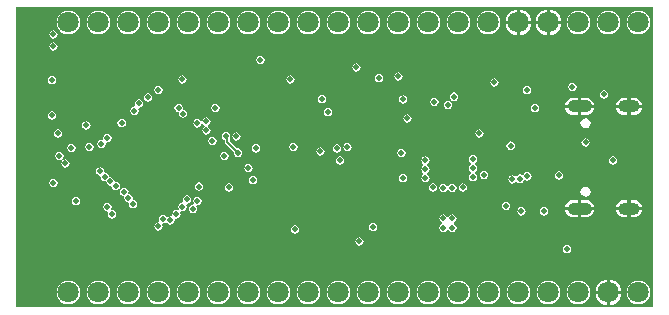
<source format=gbr>
%TF.GenerationSoftware,Altium Limited,Altium Designer,19.0.15 (446)*%
G04 Layer_Physical_Order=2*
G04 Layer_Color=5220458*
%FSLAX45Y45*%
%MOMM*%
%TF.FileFunction,Copper,L2,Inr,Signal*%
%TF.Part,Single*%
G01*
G75*
%TA.AperFunction,Conductor*%
%ADD36C,0.15000*%
%TA.AperFunction,ComponentPad*%
%ADD38C,1.80000*%
G04:AMPARAMS|DCode=39|XSize=1mm|YSize=1.8mm|CornerRadius=0.5mm|HoleSize=0mm|Usage=FLASHONLY|Rotation=90.000|XOffset=0mm|YOffset=0mm|HoleType=Round|Shape=RoundedRectangle|*
%AMROUNDEDRECTD39*
21,1,1.00000,0.80000,0,0,90.0*
21,1,0.00000,1.80000,0,0,90.0*
1,1,1.00000,0.40000,0.00000*
1,1,1.00000,0.40000,0.00000*
1,1,1.00000,-0.40000,0.00000*
1,1,1.00000,-0.40000,0.00000*
%
%ADD39ROUNDEDRECTD39*%
G04:AMPARAMS|DCode=40|XSize=1mm|YSize=2.1mm|CornerRadius=0.5mm|HoleSize=0mm|Usage=FLASHONLY|Rotation=90.000|XOffset=0mm|YOffset=0mm|HoleType=Round|Shape=RoundedRectangle|*
%AMROUNDEDRECTD40*
21,1,1.00000,1.10000,0,0,90.0*
21,1,0.00000,2.10000,0,0,90.0*
1,1,1.00000,0.55000,0.00000*
1,1,1.00000,0.55000,0.00000*
1,1,1.00000,-0.55000,0.00000*
1,1,1.00000,-0.55000,0.00000*
%
%ADD40ROUNDEDRECTD40*%
%TA.AperFunction,ViaPad*%
%ADD41C,0.50000*%
G36*
X15367000Y5969000D02*
X9969500D01*
Y8509000D01*
X15367000D01*
Y5969000D01*
D02*
G37*
%LPC*%
G36*
X14492999Y8490974D02*
Y8397000D01*
X14586974D01*
X14585168Y8410716D01*
X14574084Y8437475D01*
X14556453Y8460453D01*
X14533475Y8478085D01*
X14506715Y8489168D01*
X14492999Y8490974D01*
D02*
G37*
G36*
X14239000D02*
Y8397000D01*
X14332974D01*
X14331168Y8410716D01*
X14320085Y8437475D01*
X14302454Y8460453D01*
X14279475Y8478085D01*
X14252716Y8489168D01*
X14239000Y8490974D01*
D02*
G37*
G36*
X14463000D02*
X14449284Y8489168D01*
X14422525Y8478085D01*
X14399547Y8460453D01*
X14381915Y8437475D01*
X14370831Y8410716D01*
X14369026Y8397000D01*
X14463000D01*
Y8490974D01*
D02*
G37*
G36*
X14209000D02*
X14195284Y8489168D01*
X14168526Y8478085D01*
X14145547Y8460453D01*
X14127914Y8437475D01*
X14116832Y8410716D01*
X14115025Y8397000D01*
X14209000D01*
Y8490974D01*
D02*
G37*
G36*
X15239999Y8482863D02*
X15213895Y8479426D01*
X15189569Y8469350D01*
X15168678Y8453321D01*
X15152650Y8432431D01*
X15142574Y8408105D01*
X15139137Y8382000D01*
X15142574Y8355895D01*
X15152650Y8331569D01*
X15168678Y8310679D01*
X15189569Y8294650D01*
X15213895Y8284574D01*
X15239999Y8281137D01*
X15266106Y8284574D01*
X15290431Y8294650D01*
X15311320Y8310679D01*
X15327350Y8331569D01*
X15337427Y8355895D01*
X15340863Y8382000D01*
X15337427Y8408105D01*
X15327350Y8432431D01*
X15311320Y8453321D01*
X15290431Y8469350D01*
X15266106Y8479426D01*
X15239999Y8482863D01*
D02*
G37*
G36*
X14986000D02*
X14959895Y8479426D01*
X14935568Y8469350D01*
X14914679Y8453321D01*
X14898650Y8432431D01*
X14888574Y8408105D01*
X14885136Y8382000D01*
X14888574Y8355895D01*
X14898650Y8331569D01*
X14914679Y8310679D01*
X14935568Y8294650D01*
X14959895Y8284574D01*
X14986000Y8281137D01*
X15012105Y8284574D01*
X15036430Y8294650D01*
X15057321Y8310679D01*
X15073351Y8331569D01*
X15083426Y8355895D01*
X15086864Y8382000D01*
X15083426Y8408105D01*
X15073351Y8432431D01*
X15057321Y8453321D01*
X15036430Y8469350D01*
X15012105Y8479426D01*
X14986000Y8482863D01*
D02*
G37*
G36*
X14732001D02*
X14705894Y8479426D01*
X14681569Y8469350D01*
X14660680Y8453321D01*
X14644650Y8432431D01*
X14634573Y8408105D01*
X14631137Y8382000D01*
X14634573Y8355895D01*
X14644650Y8331569D01*
X14660680Y8310679D01*
X14681569Y8294650D01*
X14705894Y8284574D01*
X14732001Y8281137D01*
X14758105Y8284574D01*
X14782431Y8294650D01*
X14803320Y8310679D01*
X14819350Y8331569D01*
X14829427Y8355895D01*
X14832863Y8382000D01*
X14829427Y8408105D01*
X14819350Y8432431D01*
X14803320Y8453321D01*
X14782431Y8469350D01*
X14758105Y8479426D01*
X14732001Y8482863D01*
D02*
G37*
G36*
X13970000D02*
X13943895Y8479426D01*
X13919569Y8469350D01*
X13898679Y8453321D01*
X13882651Y8432431D01*
X13872574Y8408105D01*
X13869138Y8382000D01*
X13872574Y8355895D01*
X13882651Y8331569D01*
X13898679Y8310679D01*
X13919569Y8294650D01*
X13943895Y8284574D01*
X13970000Y8281137D01*
X13996104Y8284574D01*
X14020432Y8294650D01*
X14041321Y8310679D01*
X14057350Y8331569D01*
X14067426Y8355895D01*
X14070863Y8382000D01*
X14067426Y8408105D01*
X14057350Y8432431D01*
X14041321Y8453321D01*
X14020432Y8469350D01*
X13996104Y8479426D01*
X13970000Y8482863D01*
D02*
G37*
G36*
X13716000D02*
X13689896Y8479426D01*
X13665569Y8469350D01*
X13644679Y8453321D01*
X13628650Y8432431D01*
X13618575Y8408105D01*
X13615137Y8382000D01*
X13618575Y8355895D01*
X13628650Y8331569D01*
X13644679Y8310679D01*
X13665569Y8294650D01*
X13689896Y8284574D01*
X13716000Y8281137D01*
X13742105Y8284574D01*
X13766431Y8294650D01*
X13787321Y8310679D01*
X13803349Y8331569D01*
X13813426Y8355895D01*
X13816862Y8382000D01*
X13813426Y8408105D01*
X13803349Y8432431D01*
X13787321Y8453321D01*
X13766431Y8469350D01*
X13742105Y8479426D01*
X13716000Y8482863D01*
D02*
G37*
G36*
X13462000D02*
X13435895Y8479426D01*
X13411569Y8469350D01*
X13390678Y8453321D01*
X13374651Y8432431D01*
X13364574Y8408105D01*
X13361137Y8382000D01*
X13364574Y8355895D01*
X13374651Y8331569D01*
X13390678Y8310679D01*
X13411569Y8294650D01*
X13435895Y8284574D01*
X13462000Y8281137D01*
X13488104Y8284574D01*
X13512431Y8294650D01*
X13533321Y8310679D01*
X13549350Y8331569D01*
X13559425Y8355895D01*
X13562863Y8382000D01*
X13559425Y8408105D01*
X13549350Y8432431D01*
X13533321Y8453321D01*
X13512431Y8469350D01*
X13488104Y8479426D01*
X13462000Y8482863D01*
D02*
G37*
G36*
X13208000D02*
X13181895Y8479426D01*
X13157568Y8469350D01*
X13136679Y8453321D01*
X13120650Y8432431D01*
X13110574Y8408105D01*
X13107137Y8382000D01*
X13110574Y8355895D01*
X13120650Y8331569D01*
X13136679Y8310679D01*
X13157568Y8294650D01*
X13181895Y8284574D01*
X13208000Y8281137D01*
X13234105Y8284574D01*
X13258430Y8294650D01*
X13279321Y8310679D01*
X13295351Y8331569D01*
X13305426Y8355895D01*
X13308862Y8382000D01*
X13305426Y8408105D01*
X13295351Y8432431D01*
X13279321Y8453321D01*
X13258430Y8469350D01*
X13234105Y8479426D01*
X13208000Y8482863D01*
D02*
G37*
G36*
X12953999D02*
X12927895Y8479426D01*
X12903569Y8469350D01*
X12882680Y8453321D01*
X12866650Y8432431D01*
X12856573Y8408105D01*
X12853137Y8382000D01*
X12856573Y8355895D01*
X12866650Y8331569D01*
X12882680Y8310679D01*
X12903569Y8294650D01*
X12927895Y8284574D01*
X12953999Y8281137D01*
X12980106Y8284574D01*
X13004431Y8294650D01*
X13025320Y8310679D01*
X13041350Y8331569D01*
X13051427Y8355895D01*
X13054863Y8382000D01*
X13051427Y8408105D01*
X13041350Y8432431D01*
X13025320Y8453321D01*
X13004431Y8469350D01*
X12980106Y8479426D01*
X12953999Y8482863D01*
D02*
G37*
G36*
X12700000D02*
X12673895Y8479426D01*
X12649569Y8469350D01*
X12628679Y8453321D01*
X12612650Y8432431D01*
X12602574Y8408105D01*
X12599137Y8382000D01*
X12602574Y8355895D01*
X12612650Y8331569D01*
X12628679Y8310679D01*
X12649569Y8294650D01*
X12673895Y8284574D01*
X12700000Y8281137D01*
X12726105Y8284574D01*
X12750431Y8294650D01*
X12771321Y8310679D01*
X12787350Y8331569D01*
X12797426Y8355895D01*
X12800864Y8382000D01*
X12797426Y8408105D01*
X12787350Y8432431D01*
X12771321Y8453321D01*
X12750431Y8469350D01*
X12726105Y8479426D01*
X12700000Y8482863D01*
D02*
G37*
G36*
X12446000D02*
X12419895Y8479426D01*
X12395569Y8469350D01*
X12374679Y8453321D01*
X12358650Y8432431D01*
X12348574Y8408105D01*
X12345137Y8382000D01*
X12348574Y8355895D01*
X12358650Y8331569D01*
X12374679Y8310679D01*
X12395569Y8294650D01*
X12419895Y8284574D01*
X12446000Y8281137D01*
X12472105Y8284574D01*
X12496431Y8294650D01*
X12517321Y8310679D01*
X12533350Y8331569D01*
X12543426Y8355895D01*
X12546863Y8382000D01*
X12543426Y8408105D01*
X12533350Y8432431D01*
X12517321Y8453321D01*
X12496431Y8469350D01*
X12472105Y8479426D01*
X12446000Y8482863D01*
D02*
G37*
G36*
X12192000D02*
X12165895Y8479426D01*
X12141569Y8469350D01*
X12120679Y8453321D01*
X12104650Y8432431D01*
X12094574Y8408105D01*
X12091137Y8382000D01*
X12094574Y8355895D01*
X12104650Y8331569D01*
X12120679Y8310679D01*
X12141569Y8294650D01*
X12165895Y8284574D01*
X12192000Y8281137D01*
X12218105Y8284574D01*
X12242431Y8294650D01*
X12263321Y8310679D01*
X12279350Y8331569D01*
X12289426Y8355895D01*
X12292863Y8382000D01*
X12289426Y8408105D01*
X12279350Y8432431D01*
X12263321Y8453321D01*
X12242431Y8469350D01*
X12218105Y8479426D01*
X12192000Y8482863D01*
D02*
G37*
G36*
X11938000D02*
X11911895Y8479426D01*
X11887569Y8469350D01*
X11866679Y8453321D01*
X11850650Y8432431D01*
X11840574Y8408105D01*
X11837137Y8382000D01*
X11840574Y8355895D01*
X11850650Y8331569D01*
X11866679Y8310679D01*
X11887569Y8294650D01*
X11911895Y8284574D01*
X11938000Y8281137D01*
X11964105Y8284574D01*
X11988431Y8294650D01*
X12009321Y8310679D01*
X12025350Y8331569D01*
X12035426Y8355895D01*
X12038863Y8382000D01*
X12035426Y8408105D01*
X12025350Y8432431D01*
X12009321Y8453321D01*
X11988431Y8469350D01*
X11964105Y8479426D01*
X11938000Y8482863D01*
D02*
G37*
G36*
X11684000D02*
X11657895Y8479426D01*
X11633569Y8469350D01*
X11612679Y8453321D01*
X11596650Y8432431D01*
X11586574Y8408105D01*
X11583137Y8382000D01*
X11586574Y8355895D01*
X11596650Y8331569D01*
X11612679Y8310679D01*
X11633569Y8294650D01*
X11657895Y8284574D01*
X11684000Y8281137D01*
X11710105Y8284574D01*
X11734431Y8294650D01*
X11755321Y8310679D01*
X11771350Y8331569D01*
X11781426Y8355895D01*
X11784863Y8382000D01*
X11781426Y8408105D01*
X11771350Y8432431D01*
X11755321Y8453321D01*
X11734431Y8469350D01*
X11710105Y8479426D01*
X11684000Y8482863D01*
D02*
G37*
G36*
X11430000D02*
X11403895Y8479426D01*
X11379569Y8469350D01*
X11358679Y8453321D01*
X11342650Y8432431D01*
X11332574Y8408105D01*
X11329137Y8382000D01*
X11332574Y8355895D01*
X11342650Y8331569D01*
X11358679Y8310679D01*
X11379569Y8294650D01*
X11403895Y8284574D01*
X11430000Y8281137D01*
X11456105Y8284574D01*
X11480431Y8294650D01*
X11501321Y8310679D01*
X11517350Y8331569D01*
X11527426Y8355895D01*
X11530863Y8382000D01*
X11527426Y8408105D01*
X11517350Y8432431D01*
X11501321Y8453321D01*
X11480431Y8469350D01*
X11456105Y8479426D01*
X11430000Y8482863D01*
D02*
G37*
G36*
X11176000D02*
X11149895Y8479426D01*
X11125569Y8469350D01*
X11104679Y8453321D01*
X11088650Y8432431D01*
X11078574Y8408105D01*
X11075137Y8382000D01*
X11078574Y8355895D01*
X11088650Y8331569D01*
X11104679Y8310679D01*
X11125569Y8294650D01*
X11149895Y8284574D01*
X11176000Y8281137D01*
X11202105Y8284574D01*
X11226431Y8294650D01*
X11247321Y8310679D01*
X11263350Y8331569D01*
X11273426Y8355895D01*
X11276863Y8382000D01*
X11273426Y8408105D01*
X11263350Y8432431D01*
X11247321Y8453321D01*
X11226431Y8469350D01*
X11202105Y8479426D01*
X11176000Y8482863D01*
D02*
G37*
G36*
X10922000D02*
X10895895Y8479426D01*
X10871569Y8469350D01*
X10850679Y8453321D01*
X10834650Y8432431D01*
X10824574Y8408105D01*
X10821137Y8382000D01*
X10824574Y8355895D01*
X10834650Y8331569D01*
X10850679Y8310679D01*
X10871569Y8294650D01*
X10895895Y8284574D01*
X10922000Y8281137D01*
X10948105Y8284574D01*
X10972431Y8294650D01*
X10993321Y8310679D01*
X11009350Y8331569D01*
X11019426Y8355895D01*
X11022863Y8382000D01*
X11019426Y8408105D01*
X11009350Y8432431D01*
X10993321Y8453321D01*
X10972431Y8469350D01*
X10948105Y8479426D01*
X10922000Y8482863D01*
D02*
G37*
G36*
X10668000D02*
X10641895Y8479426D01*
X10617569Y8469350D01*
X10596679Y8453321D01*
X10580650Y8432431D01*
X10570574Y8408105D01*
X10567137Y8382000D01*
X10570574Y8355895D01*
X10580650Y8331569D01*
X10596679Y8310679D01*
X10617569Y8294650D01*
X10641895Y8284574D01*
X10668000Y8281137D01*
X10694105Y8284574D01*
X10718431Y8294650D01*
X10739321Y8310679D01*
X10755350Y8331569D01*
X10765426Y8355895D01*
X10768863Y8382000D01*
X10765426Y8408105D01*
X10755350Y8432431D01*
X10739321Y8453321D01*
X10718431Y8469350D01*
X10694105Y8479426D01*
X10668000Y8482863D01*
D02*
G37*
G36*
X10414000D02*
X10387895Y8479426D01*
X10363569Y8469350D01*
X10342679Y8453321D01*
X10326650Y8432431D01*
X10316574Y8408105D01*
X10313137Y8382000D01*
X10316574Y8355895D01*
X10326650Y8331569D01*
X10342679Y8310679D01*
X10363569Y8294650D01*
X10387895Y8284574D01*
X10414000Y8281137D01*
X10440105Y8284574D01*
X10464431Y8294650D01*
X10485321Y8310679D01*
X10501350Y8331569D01*
X10511426Y8355895D01*
X10514863Y8382000D01*
X10511426Y8408105D01*
X10501350Y8432431D01*
X10485321Y8453321D01*
X10464431Y8469350D01*
X10440105Y8479426D01*
X10414000Y8482863D01*
D02*
G37*
G36*
X14586974Y8367000D02*
X14492999D01*
Y8273026D01*
X14506715Y8274832D01*
X14533475Y8285915D01*
X14556453Y8303547D01*
X14574084Y8326525D01*
X14585168Y8353284D01*
X14586974Y8367000D01*
D02*
G37*
G36*
X14332974D02*
X14239000D01*
Y8273026D01*
X14252716Y8274832D01*
X14279475Y8285915D01*
X14302454Y8303547D01*
X14320085Y8326525D01*
X14331168Y8353284D01*
X14332974Y8367000D01*
D02*
G37*
G36*
X14463000D02*
X14369026D01*
X14370831Y8353284D01*
X14381915Y8326525D01*
X14399547Y8303547D01*
X14422525Y8285915D01*
X14449284Y8274832D01*
X14463000Y8273026D01*
Y8367000D01*
D02*
G37*
G36*
X14209000D02*
X14115025D01*
X14116832Y8353284D01*
X14127914Y8326525D01*
X14145547Y8303547D01*
X14168526Y8285915D01*
X14195284Y8274832D01*
X14209000Y8273026D01*
Y8367000D01*
D02*
G37*
G36*
X10287000Y8316086D02*
X10273344Y8313369D01*
X10261766Y8305634D01*
X10254031Y8294056D01*
X10251314Y8280400D01*
X10254031Y8266744D01*
X10261766Y8255166D01*
X10273344Y8247431D01*
X10287000Y8244714D01*
X10300656Y8247431D01*
X10312234Y8255166D01*
X10319969Y8266744D01*
X10322686Y8280400D01*
X10319969Y8294056D01*
X10312234Y8305634D01*
X10300656Y8313369D01*
X10287000Y8316086D01*
D02*
G37*
G36*
Y8214486D02*
X10273344Y8211769D01*
X10261766Y8204034D01*
X10254031Y8192456D01*
X10251314Y8178800D01*
X10254031Y8165144D01*
X10261766Y8153566D01*
X10273344Y8145831D01*
X10287000Y8143114D01*
X10300656Y8145831D01*
X10312234Y8153566D01*
X10319969Y8165144D01*
X10322686Y8178800D01*
X10319969Y8192456D01*
X10312234Y8204034D01*
X10300656Y8211769D01*
X10287000Y8214486D01*
D02*
G37*
G36*
X12039600Y8100186D02*
X12025944Y8097469D01*
X12014366Y8089734D01*
X12006631Y8078156D01*
X12003914Y8064500D01*
X12006631Y8050844D01*
X12014366Y8039266D01*
X12025944Y8031531D01*
X12039600Y8028814D01*
X12053256Y8031531D01*
X12064834Y8039266D01*
X12072569Y8050844D01*
X12075286Y8064500D01*
X12072569Y8078156D01*
X12064834Y8089734D01*
X12053256Y8097469D01*
X12039600Y8100186D01*
D02*
G37*
G36*
X12852307Y8036686D02*
X12838651Y8033969D01*
X12827074Y8026234D01*
X12819337Y8014656D01*
X12816621Y8001000D01*
X12819337Y7987344D01*
X12827074Y7975766D01*
X12838651Y7968031D01*
X12852307Y7965314D01*
X12865964Y7968031D01*
X12877541Y7975766D01*
X12885275Y7987344D01*
X12887993Y8001000D01*
X12885275Y8014656D01*
X12877541Y8026234D01*
X12865964Y8033969D01*
X12852307Y8036686D01*
D02*
G37*
G36*
X13208000Y7960486D02*
X13194344Y7957769D01*
X13182767Y7950034D01*
X13175031Y7938456D01*
X13172314Y7924800D01*
X13175031Y7911144D01*
X13182767Y7899566D01*
X13194344Y7891831D01*
X13208000Y7889114D01*
X13221655Y7891831D01*
X13233234Y7899566D01*
X13240968Y7911144D01*
X13243686Y7924800D01*
X13240968Y7938456D01*
X13233234Y7950034D01*
X13221655Y7957769D01*
X13208000Y7960486D01*
D02*
G37*
G36*
X13042900Y7947786D02*
X13029243Y7945069D01*
X13017667Y7937334D01*
X13009930Y7925756D01*
X13007214Y7912100D01*
X13009930Y7898444D01*
X13017667Y7886866D01*
X13029243Y7879131D01*
X13042900Y7876414D01*
X13056557Y7879131D01*
X13068134Y7886866D01*
X13075870Y7898444D01*
X13078586Y7912100D01*
X13075870Y7925756D01*
X13068134Y7937334D01*
X13056557Y7945069D01*
X13042900Y7947786D01*
D02*
G37*
G36*
X12293693Y7935086D02*
X12280037Y7932369D01*
X12268459Y7924634D01*
X12260724Y7913056D01*
X12258007Y7899400D01*
X12260724Y7885744D01*
X12268459Y7874166D01*
X12280037Y7866431D01*
X12293693Y7863714D01*
X12307349Y7866431D01*
X12318927Y7874166D01*
X12326662Y7885744D01*
X12329379Y7899400D01*
X12326662Y7913056D01*
X12318927Y7924634D01*
X12307349Y7932369D01*
X12293693Y7935086D01*
D02*
G37*
G36*
X11379200D02*
X11365544Y7932369D01*
X11353966Y7924634D01*
X11346231Y7913056D01*
X11343514Y7899400D01*
X11346231Y7885744D01*
X11353966Y7874166D01*
X11365544Y7866431D01*
X11379200Y7863714D01*
X11392856Y7866431D01*
X11404434Y7874166D01*
X11412169Y7885744D01*
X11414886Y7899400D01*
X11412169Y7913056D01*
X11404434Y7924634D01*
X11392856Y7932369D01*
X11379200Y7935086D01*
D02*
G37*
G36*
X10274300Y7931735D02*
X10260644Y7929019D01*
X10249066Y7921283D01*
X10241331Y7909706D01*
X10238614Y7896050D01*
X10241331Y7882393D01*
X10249066Y7870816D01*
X10260644Y7863081D01*
X10274300Y7860364D01*
X10287956Y7863081D01*
X10299534Y7870816D01*
X10307269Y7882393D01*
X10309986Y7896050D01*
X10307269Y7909706D01*
X10299534Y7921283D01*
X10287956Y7929019D01*
X10274300Y7931735D01*
D02*
G37*
G36*
X14020799Y7909686D02*
X14007144Y7906969D01*
X13995566Y7899234D01*
X13987831Y7887656D01*
X13985114Y7874000D01*
X13987831Y7860344D01*
X13995566Y7848766D01*
X14007144Y7841031D01*
X14020799Y7838314D01*
X14034456Y7841031D01*
X14046034Y7848766D01*
X14053769Y7860344D01*
X14056487Y7874000D01*
X14053769Y7887656D01*
X14046034Y7899234D01*
X14034456Y7906969D01*
X14020799Y7909686D01*
D02*
G37*
G36*
X14681200Y7871586D02*
X14667545Y7868869D01*
X14655966Y7861134D01*
X14648232Y7849556D01*
X14645514Y7835900D01*
X14648232Y7822244D01*
X14655966Y7810666D01*
X14667545Y7802931D01*
X14681200Y7800214D01*
X14694856Y7802931D01*
X14706435Y7810666D01*
X14714169Y7822244D01*
X14716885Y7835900D01*
X14714169Y7849556D01*
X14706435Y7861134D01*
X14694856Y7868869D01*
X14681200Y7871586D01*
D02*
G37*
G36*
X14296547Y7846186D02*
X14282890Y7843469D01*
X14271313Y7835734D01*
X14263577Y7824156D01*
X14260863Y7810500D01*
X14263577Y7796844D01*
X14271313Y7785266D01*
X14282890Y7777531D01*
X14296547Y7774814D01*
X14310204Y7777531D01*
X14321780Y7785266D01*
X14329517Y7796844D01*
X14332233Y7810500D01*
X14329517Y7824156D01*
X14321780Y7835734D01*
X14310204Y7843469D01*
X14296547Y7846186D01*
D02*
G37*
G36*
X11176000D02*
X11162344Y7843469D01*
X11150766Y7835734D01*
X11143031Y7824156D01*
X11140314Y7810500D01*
X11143031Y7796844D01*
X11150766Y7785266D01*
X11162344Y7777531D01*
X11176000Y7774814D01*
X11189656Y7777531D01*
X11201234Y7785266D01*
X11208969Y7796844D01*
X11211686Y7810500D01*
X11208969Y7824156D01*
X11201234Y7835734D01*
X11189656Y7843469D01*
X11176000Y7846186D01*
D02*
G37*
G36*
X14947900Y7808086D02*
X14934244Y7805369D01*
X14922665Y7797634D01*
X14914931Y7786056D01*
X14912215Y7772400D01*
X14914931Y7758744D01*
X14922665Y7747166D01*
X14934244Y7739431D01*
X14947900Y7736714D01*
X14961555Y7739431D01*
X14973134Y7747166D01*
X14980869Y7758744D01*
X14983586Y7772400D01*
X14980869Y7786056D01*
X14973134Y7797634D01*
X14961555Y7805369D01*
X14947900Y7808086D01*
D02*
G37*
G36*
X13677901Y7790129D02*
X13664244Y7787412D01*
X13652666Y7779677D01*
X13644931Y7768099D01*
X13642213Y7754443D01*
X13644931Y7740787D01*
X13652666Y7729209D01*
X13664244Y7721474D01*
X13677901Y7718757D01*
X13691556Y7721474D01*
X13703134Y7729209D01*
X13710869Y7740787D01*
X13713586Y7754443D01*
X13710869Y7768099D01*
X13703134Y7779677D01*
X13691556Y7787412D01*
X13677901Y7790129D01*
D02*
G37*
G36*
X11087100Y7782686D02*
X11073444Y7779969D01*
X11061866Y7772234D01*
X11054131Y7760656D01*
X11051414Y7747000D01*
X11054131Y7733344D01*
X11061866Y7721766D01*
X11073444Y7714031D01*
X11087100Y7711314D01*
X11100756Y7714031D01*
X11112334Y7721766D01*
X11120069Y7733344D01*
X11122786Y7747000D01*
X11120069Y7760656D01*
X11112334Y7772234D01*
X11100756Y7779969D01*
X11087100Y7782686D01*
D02*
G37*
G36*
X12561256Y7769986D02*
X12547600Y7767269D01*
X12536023Y7759534D01*
X12528287Y7747956D01*
X12525571Y7734300D01*
X12528287Y7720644D01*
X12536023Y7709066D01*
X12547600Y7701331D01*
X12561256Y7698614D01*
X12574913Y7701331D01*
X12586490Y7709066D01*
X12594226Y7720644D01*
X12596942Y7734300D01*
X12594226Y7747956D01*
X12586490Y7759534D01*
X12574913Y7767269D01*
X12561256Y7769986D01*
D02*
G37*
G36*
X13247800Y7766125D02*
X13234145Y7763408D01*
X13222566Y7755673D01*
X13214832Y7744096D01*
X13212114Y7730439D01*
X13214832Y7716783D01*
X13222566Y7705206D01*
X13234145Y7697470D01*
X13247800Y7694753D01*
X13261456Y7697470D01*
X13273035Y7705206D01*
X13280769Y7716783D01*
X13283485Y7730439D01*
X13280769Y7744096D01*
X13273035Y7755673D01*
X13261456Y7763408D01*
X13247800Y7766125D01*
D02*
G37*
G36*
X14797250Y7741604D02*
X14757249D01*
Y7686001D01*
X14865878D01*
X14865448Y7689273D01*
X14858395Y7706302D01*
X14847176Y7720924D01*
X14832552Y7732145D01*
X14815524Y7739198D01*
X14797250Y7741604D01*
D02*
G37*
G36*
X14727251D02*
X14687250D01*
X14668976Y7739198D01*
X14651949Y7732145D01*
X14637325Y7720924D01*
X14626105Y7706302D01*
X14619052Y7689273D01*
X14618620Y7686001D01*
X14727251D01*
Y7741604D01*
D02*
G37*
G36*
X15200250D02*
X15175250D01*
Y7686000D01*
X15268880D01*
X15268448Y7689273D01*
X15261394Y7706302D01*
X15250174Y7720924D01*
X15235551Y7732145D01*
X15218523Y7739198D01*
X15200250Y7741604D01*
D02*
G37*
G36*
X15145250D02*
X15120250D01*
X15101976Y7739198D01*
X15084949Y7732145D01*
X15070325Y7720924D01*
X15059105Y7706302D01*
X15052052Y7689273D01*
X15051620Y7686000D01*
X15145250D01*
Y7741604D01*
D02*
G37*
G36*
X13512801Y7745798D02*
X13499144Y7743081D01*
X13487566Y7735346D01*
X13479831Y7723768D01*
X13477113Y7710112D01*
X13479831Y7696456D01*
X13487566Y7684878D01*
X13499144Y7677143D01*
X13512801Y7674426D01*
X13526456Y7677143D01*
X13538034Y7684878D01*
X13545769Y7696456D01*
X13548486Y7710112D01*
X13545769Y7723768D01*
X13538034Y7735346D01*
X13526456Y7743081D01*
X13512801Y7745798D01*
D02*
G37*
G36*
X13627100Y7720686D02*
X13613445Y7717969D01*
X13601866Y7710233D01*
X13594131Y7698656D01*
X13591414Y7685000D01*
X13594131Y7671344D01*
X13601866Y7659766D01*
X13613445Y7652031D01*
X13627100Y7649314D01*
X13640756Y7652031D01*
X13652335Y7659766D01*
X13660069Y7671344D01*
X13662785Y7685000D01*
X13660069Y7698656D01*
X13652335Y7710233D01*
X13640756Y7717969D01*
X13627100Y7720686D01*
D02*
G37*
G36*
X14363699Y7693786D02*
X14350044Y7691069D01*
X14338466Y7683334D01*
X14330731Y7671756D01*
X14328014Y7658100D01*
X14330731Y7644444D01*
X14338466Y7632866D01*
X14350044Y7625131D01*
X14363699Y7622414D01*
X14377356Y7625131D01*
X14388934Y7632866D01*
X14396669Y7644444D01*
X14399387Y7658100D01*
X14396669Y7671756D01*
X14388934Y7683334D01*
X14377356Y7691069D01*
X14363699Y7693786D01*
D02*
G37*
G36*
X11658600D02*
X11644944Y7691069D01*
X11633366Y7683334D01*
X11625631Y7671756D01*
X11622914Y7658100D01*
X11625631Y7644444D01*
X11633366Y7632866D01*
X11644944Y7625131D01*
X11658600Y7622414D01*
X11672256Y7625131D01*
X11683834Y7632866D01*
X11691569Y7644444D01*
X11694286Y7658100D01*
X11691569Y7671756D01*
X11683834Y7683334D01*
X11672256Y7691069D01*
X11658600Y7693786D01*
D02*
G37*
G36*
X15268880Y7656000D02*
X15175250D01*
Y7600396D01*
X15200250D01*
X15218523Y7602802D01*
X15235551Y7609855D01*
X15250174Y7621075D01*
X15261394Y7635698D01*
X15268448Y7652726D01*
X15268880Y7656000D01*
D02*
G37*
G36*
X15145250D02*
X15051620D01*
X15052052Y7652726D01*
X15059105Y7635698D01*
X15070325Y7621075D01*
X15084949Y7609855D01*
X15101976Y7602802D01*
X15120250Y7600396D01*
X15145250D01*
Y7656000D01*
D02*
G37*
G36*
X14865878Y7656001D02*
X14757249D01*
Y7600396D01*
X14797250D01*
X14815524Y7602802D01*
X14832552Y7609855D01*
X14847176Y7621075D01*
X14858395Y7635698D01*
X14865448Y7652726D01*
X14865878Y7656001D01*
D02*
G37*
G36*
X14727251D02*
X14618620D01*
X14619052Y7652726D01*
X14626105Y7635698D01*
X14637325Y7621075D01*
X14651949Y7609855D01*
X14668976Y7602802D01*
X14687250Y7600396D01*
X14727251D01*
Y7656001D01*
D02*
G37*
G36*
X11010900Y7731886D02*
X10997244Y7729169D01*
X10985666Y7721434D01*
X10977931Y7709856D01*
X10975214Y7696200D01*
X10977931Y7682544D01*
X10979649Y7679972D01*
X10972800Y7668386D01*
X10959144Y7665669D01*
X10947566Y7657934D01*
X10939831Y7646356D01*
X10937114Y7632700D01*
X10939831Y7619044D01*
X10947566Y7607466D01*
X10959144Y7599731D01*
X10972800Y7597014D01*
X10986456Y7599731D01*
X10998034Y7607466D01*
X11005769Y7619044D01*
X11008486Y7632700D01*
X11005769Y7646356D01*
X11004051Y7648928D01*
X11010900Y7660514D01*
X11024556Y7663231D01*
X11036134Y7670966D01*
X11043869Y7682544D01*
X11046586Y7696200D01*
X11043869Y7709856D01*
X11036134Y7721434D01*
X11024556Y7729169D01*
X11010900Y7731886D01*
D02*
G37*
G36*
X12611100Y7660059D02*
X12597444Y7657343D01*
X12585866Y7649607D01*
X12578131Y7638030D01*
X12575414Y7624373D01*
X12578131Y7610717D01*
X12585866Y7599140D01*
X12597444Y7591404D01*
X12611100Y7588688D01*
X12624756Y7591404D01*
X12636334Y7599140D01*
X12644069Y7610717D01*
X12646786Y7624373D01*
X12644069Y7638030D01*
X12636334Y7649607D01*
X12624756Y7657343D01*
X12611100Y7660059D01*
D02*
G37*
G36*
X11345985Y7695693D02*
X11332329Y7692976D01*
X11320752Y7685240D01*
X11313016Y7673663D01*
X11310300Y7660007D01*
X11313016Y7646350D01*
X11320752Y7634773D01*
X11332329Y7627038D01*
X11345985Y7624321D01*
X11346577Y7612240D01*
X11346376Y7611231D01*
X11349092Y7597574D01*
X11356828Y7585997D01*
X11368405Y7578261D01*
X11382062Y7575545D01*
X11395718Y7578261D01*
X11407295Y7585997D01*
X11415031Y7597574D01*
X11417747Y7611231D01*
X11415031Y7624887D01*
X11407295Y7636464D01*
X11395718Y7644200D01*
X11382062Y7646917D01*
X11381470Y7658997D01*
X11381671Y7660007D01*
X11378955Y7673663D01*
X11371219Y7685240D01*
X11359642Y7692976D01*
X11345985Y7695693D01*
D02*
G37*
G36*
X10274300Y7630286D02*
X10260644Y7627569D01*
X10249066Y7619834D01*
X10241331Y7608256D01*
X10238614Y7594600D01*
X10241331Y7580944D01*
X10249066Y7569366D01*
X10260644Y7561631D01*
X10274300Y7558914D01*
X10287956Y7561631D01*
X10299534Y7569366D01*
X10307269Y7580944D01*
X10309986Y7594600D01*
X10307269Y7608256D01*
X10299534Y7619834D01*
X10287956Y7627569D01*
X10274300Y7630286D01*
D02*
G37*
G36*
X11582400Y7579486D02*
X11568744Y7576769D01*
X11557166Y7569034D01*
X11549431Y7557456D01*
X11548159Y7551062D01*
X11534676Y7548380D01*
X11531434Y7553234D01*
X11519856Y7560969D01*
X11506200Y7563686D01*
X11492544Y7560969D01*
X11480966Y7553234D01*
X11473231Y7541656D01*
X11470514Y7528000D01*
X11473231Y7514344D01*
X11480966Y7502766D01*
X11492544Y7495031D01*
X11506200Y7492314D01*
X11519856Y7495031D01*
X11531434Y7502766D01*
X11539169Y7514344D01*
X11540441Y7520738D01*
X11553924Y7523420D01*
X11557166Y7518566D01*
X11565863Y7512756D01*
X11566781Y7508870D01*
Y7502530D01*
X11565863Y7498644D01*
X11557166Y7492834D01*
X11549431Y7481256D01*
X11546714Y7467600D01*
X11549431Y7453944D01*
X11557166Y7442366D01*
X11568744Y7434631D01*
X11582400Y7431914D01*
X11596056Y7434631D01*
X11607634Y7442366D01*
X11615369Y7453944D01*
X11618086Y7467600D01*
X11615369Y7481256D01*
X11607634Y7492834D01*
X11598937Y7498644D01*
X11598019Y7502530D01*
Y7508870D01*
X11598937Y7512756D01*
X11607634Y7518566D01*
X11615369Y7530144D01*
X11618086Y7543800D01*
X11615369Y7557456D01*
X11607634Y7569034D01*
X11596056Y7576769D01*
X11582400Y7579486D01*
D02*
G37*
G36*
X13284200Y7604886D02*
X13270544Y7602169D01*
X13258966Y7594434D01*
X13251231Y7582856D01*
X13248514Y7569200D01*
X13251231Y7555544D01*
X13258966Y7543966D01*
X13270544Y7536231D01*
X13284200Y7533514D01*
X13297856Y7536231D01*
X13309435Y7543966D01*
X13317169Y7555544D01*
X13319885Y7569200D01*
X13317169Y7582856D01*
X13309435Y7594434D01*
X13297856Y7602169D01*
X13284200Y7604886D01*
D02*
G37*
G36*
X10864873Y7566786D02*
X10851217Y7564069D01*
X10839639Y7556334D01*
X10831904Y7544756D01*
X10829187Y7531100D01*
X10831904Y7517444D01*
X10839639Y7505866D01*
X10851217Y7498131D01*
X10864873Y7495414D01*
X10878529Y7498131D01*
X10890106Y7505866D01*
X10897842Y7517444D01*
X10900559Y7531100D01*
X10897842Y7544756D01*
X10890106Y7556334D01*
X10878529Y7564069D01*
X10864873Y7566786D01*
D02*
G37*
G36*
X14792250Y7571333D02*
X14775667Y7568034D01*
X14761609Y7558641D01*
X14752216Y7544583D01*
X14748917Y7528000D01*
X14752216Y7511417D01*
X14761609Y7497359D01*
X14775667Y7487966D01*
X14792250Y7484667D01*
X14808832Y7487966D01*
X14822891Y7497359D01*
X14832285Y7511417D01*
X14835582Y7528000D01*
X14832285Y7544583D01*
X14822891Y7558641D01*
X14808832Y7568034D01*
X14792250Y7571333D01*
D02*
G37*
G36*
X10565563Y7546224D02*
X10551907Y7543507D01*
X10540329Y7535772D01*
X10532594Y7524194D01*
X10529877Y7510538D01*
X10532594Y7496882D01*
X10540329Y7485304D01*
X10551907Y7477569D01*
X10565563Y7474852D01*
X10579219Y7477569D01*
X10590796Y7485304D01*
X10598532Y7496882D01*
X10601249Y7510538D01*
X10598532Y7524194D01*
X10590796Y7535772D01*
X10579219Y7543507D01*
X10565563Y7546224D01*
D02*
G37*
G36*
X13893800Y7477886D02*
X13880144Y7475169D01*
X13868565Y7467434D01*
X13860831Y7455856D01*
X13858115Y7442200D01*
X13860831Y7428544D01*
X13868565Y7416966D01*
X13880144Y7409231D01*
X13893800Y7406514D01*
X13907455Y7409231D01*
X13919034Y7416966D01*
X13926768Y7428544D01*
X13929486Y7442200D01*
X13926768Y7455856D01*
X13919034Y7467434D01*
X13907455Y7475169D01*
X13893800Y7477886D01*
D02*
G37*
G36*
X10325100D02*
X10311444Y7475169D01*
X10299866Y7467434D01*
X10292131Y7455856D01*
X10289414Y7442200D01*
X10292131Y7428544D01*
X10299866Y7416966D01*
X10311444Y7409231D01*
X10325100Y7406514D01*
X10338756Y7409231D01*
X10350334Y7416966D01*
X10358069Y7428544D01*
X10360786Y7442200D01*
X10358069Y7455856D01*
X10350334Y7467434D01*
X10338756Y7475169D01*
X10325100Y7477886D01*
D02*
G37*
G36*
X10744200Y7439786D02*
X10730544Y7437069D01*
X10718966Y7429334D01*
X10711231Y7417756D01*
X10708514Y7404100D01*
X10709591Y7398687D01*
X10698813Y7387909D01*
X10693400Y7388986D01*
X10679744Y7386269D01*
X10668166Y7378534D01*
X10660431Y7366956D01*
X10657714Y7353300D01*
X10660431Y7339644D01*
X10668166Y7328066D01*
X10679744Y7320331D01*
X10693400Y7317614D01*
X10707056Y7320331D01*
X10718634Y7328066D01*
X10726369Y7339644D01*
X10729086Y7353300D01*
X10728009Y7358713D01*
X10738787Y7369491D01*
X10744200Y7368414D01*
X10757856Y7371131D01*
X10769434Y7378866D01*
X10777169Y7390444D01*
X10779886Y7404100D01*
X10777169Y7417756D01*
X10769434Y7429334D01*
X10757856Y7437069D01*
X10744200Y7439786D01*
D02*
G37*
G36*
X11836400Y7452486D02*
X11822744Y7449769D01*
X11811166Y7442034D01*
X11803431Y7430456D01*
X11800714Y7416800D01*
X11803431Y7403144D01*
X11811166Y7391566D01*
X11822744Y7383831D01*
X11836400Y7381114D01*
X11850056Y7383831D01*
X11861634Y7391566D01*
X11869369Y7403144D01*
X11872086Y7416800D01*
X11869369Y7430456D01*
X11861634Y7442034D01*
X11850056Y7449769D01*
X11836400Y7452486D01*
D02*
G37*
G36*
X11633200Y7414386D02*
X11619544Y7411669D01*
X11607966Y7403934D01*
X11600231Y7392356D01*
X11597514Y7378700D01*
X11600231Y7365044D01*
X11607966Y7353466D01*
X11619544Y7345731D01*
X11633200Y7343014D01*
X11646856Y7345731D01*
X11658434Y7353466D01*
X11666169Y7365044D01*
X11668886Y7378700D01*
X11666169Y7392356D01*
X11658434Y7403934D01*
X11646856Y7411669D01*
X11633200Y7414386D01*
D02*
G37*
G36*
X14792250Y7401686D02*
X14778593Y7398969D01*
X14767017Y7391234D01*
X14759280Y7379656D01*
X14756564Y7366000D01*
X14759280Y7352344D01*
X14767017Y7340766D01*
X14778593Y7333031D01*
X14792250Y7330314D01*
X14805907Y7333031D01*
X14817484Y7340766D01*
X14825220Y7352344D01*
X14827936Y7366000D01*
X14825220Y7379656D01*
X14817484Y7391234D01*
X14805907Y7398969D01*
X14792250Y7401686D01*
D02*
G37*
G36*
X14158212Y7374686D02*
X14144556Y7371969D01*
X14132979Y7364234D01*
X14125244Y7352656D01*
X14122527Y7339000D01*
X14125244Y7325344D01*
X14132979Y7313766D01*
X14144556Y7306031D01*
X14158212Y7303314D01*
X14171869Y7306031D01*
X14183446Y7313766D01*
X14191182Y7325344D01*
X14193898Y7339000D01*
X14191182Y7352656D01*
X14183446Y7364234D01*
X14171869Y7371969D01*
X14158212Y7374686D01*
D02*
G37*
G36*
X12319000Y7363586D02*
X12305344Y7360869D01*
X12293766Y7353134D01*
X12286031Y7341556D01*
X12283314Y7327900D01*
X12286031Y7314244D01*
X12293766Y7302666D01*
X12305344Y7294931D01*
X12319000Y7292214D01*
X12332656Y7294931D01*
X12344234Y7302666D01*
X12351969Y7314244D01*
X12354686Y7327900D01*
X12351969Y7341556D01*
X12344234Y7353134D01*
X12332656Y7360869D01*
X12319000Y7363586D01*
D02*
G37*
G36*
X10591800D02*
X10578144Y7360869D01*
X10566566Y7353134D01*
X10558831Y7341556D01*
X10556114Y7327900D01*
X10558831Y7314244D01*
X10566566Y7302666D01*
X10578144Y7294931D01*
X10591800Y7292214D01*
X10605456Y7294931D01*
X10617034Y7302666D01*
X10624769Y7314244D01*
X10627486Y7327900D01*
X10624769Y7341556D01*
X10617034Y7353134D01*
X10605456Y7360869D01*
X10591800Y7363586D01*
D02*
G37*
G36*
X12776200Y7361171D02*
X12762544Y7358455D01*
X12750966Y7350719D01*
X12743231Y7339142D01*
X12740514Y7325486D01*
X12743231Y7311829D01*
X12750966Y7300252D01*
X12762544Y7292517D01*
X12776200Y7289800D01*
X12789856Y7292517D01*
X12801434Y7300252D01*
X12809169Y7311829D01*
X12811887Y7325486D01*
X12809169Y7339142D01*
X12801434Y7350719D01*
X12789856Y7358455D01*
X12776200Y7361171D01*
D02*
G37*
G36*
X10439400Y7354235D02*
X10425744Y7351519D01*
X10414166Y7343783D01*
X10406431Y7332206D01*
X10403714Y7318549D01*
X10406431Y7304893D01*
X10414166Y7293316D01*
X10425744Y7285580D01*
X10439400Y7282864D01*
X10453056Y7285580D01*
X10464634Y7293316D01*
X10472369Y7304893D01*
X10475086Y7318549D01*
X10472369Y7332206D01*
X10464634Y7343783D01*
X10453056Y7351519D01*
X10439400Y7354235D01*
D02*
G37*
G36*
X12001500Y7352468D02*
X11987844Y7349751D01*
X11976266Y7342016D01*
X11968531Y7330438D01*
X11965814Y7316782D01*
X11968531Y7303126D01*
X11976266Y7291548D01*
X11987844Y7283813D01*
X12001500Y7281096D01*
X12015156Y7283813D01*
X12026734Y7291548D01*
X12034469Y7303126D01*
X12037186Y7316782D01*
X12034469Y7330438D01*
X12026734Y7342016D01*
X12015156Y7349751D01*
X12001500Y7352468D01*
D02*
G37*
G36*
X12687300Y7350886D02*
X12673644Y7348169D01*
X12662066Y7340434D01*
X12654331Y7328856D01*
X12651614Y7315200D01*
X12654331Y7301544D01*
X12662066Y7289966D01*
X12673644Y7282231D01*
X12687300Y7279514D01*
X12700956Y7282231D01*
X12712534Y7289966D01*
X12720269Y7301544D01*
X12722986Y7315200D01*
X12720269Y7328856D01*
X12712534Y7340434D01*
X12700956Y7348169D01*
X12687300Y7350886D01*
D02*
G37*
G36*
X12547600Y7325486D02*
X12533944Y7322769D01*
X12522366Y7315034D01*
X12514631Y7303456D01*
X12511914Y7289800D01*
X12514631Y7276144D01*
X12522366Y7264566D01*
X12533944Y7256831D01*
X12547600Y7254114D01*
X12561256Y7256831D01*
X12572834Y7264566D01*
X12580569Y7276144D01*
X12583286Y7289800D01*
X12580569Y7303456D01*
X12572834Y7315034D01*
X12561256Y7322769D01*
X12547600Y7325486D01*
D02*
G37*
G36*
X11747500Y7456886D02*
X11733844Y7454169D01*
X11722266Y7446434D01*
X11714531Y7434856D01*
X11711814Y7421200D01*
X11714531Y7407544D01*
X11722266Y7395966D01*
X11733844Y7388231D01*
X11742357Y7386537D01*
Y7368414D01*
X11743715Y7361586D01*
X11747583Y7355798D01*
X11815149Y7288232D01*
X11813414Y7279514D01*
X11816131Y7265858D01*
X11823866Y7254281D01*
X11835444Y7246545D01*
X11849100Y7243829D01*
X11862756Y7246545D01*
X11874334Y7254281D01*
X11882069Y7265858D01*
X11884786Y7279514D01*
X11882069Y7293171D01*
X11874334Y7304748D01*
X11862756Y7312483D01*
X11849100Y7315200D01*
X11840382Y7313466D01*
X11778043Y7375805D01*
Y7403912D01*
X11780469Y7407544D01*
X11783186Y7421200D01*
X11780469Y7434856D01*
X11772734Y7446434D01*
X11761156Y7454169D01*
X11747500Y7456886D01*
D02*
G37*
G36*
X13233400Y7312786D02*
X13219743Y7310069D01*
X13208167Y7302334D01*
X13200430Y7290756D01*
X13197714Y7277100D01*
X13200430Y7263444D01*
X13208167Y7251866D01*
X13219743Y7244131D01*
X13233400Y7241414D01*
X13247057Y7244131D01*
X13258633Y7251866D01*
X13266370Y7263444D01*
X13269086Y7277100D01*
X13266370Y7290756D01*
X13258633Y7302334D01*
X13247057Y7310069D01*
X13233400Y7312786D01*
D02*
G37*
G36*
X11734800Y7287386D02*
X11721144Y7284669D01*
X11709566Y7276934D01*
X11701831Y7265356D01*
X11699114Y7251700D01*
X11701831Y7238044D01*
X11709566Y7226466D01*
X11721144Y7218731D01*
X11734800Y7216014D01*
X11748456Y7218731D01*
X11760034Y7226466D01*
X11767769Y7238044D01*
X11770486Y7251700D01*
X11767769Y7265356D01*
X11760034Y7276934D01*
X11748456Y7284669D01*
X11734800Y7287386D01*
D02*
G37*
G36*
X15024100Y7249286D02*
X15010445Y7246569D01*
X14998866Y7238834D01*
X14991132Y7227256D01*
X14988414Y7213600D01*
X14991132Y7199944D01*
X14998866Y7188366D01*
X15010445Y7180631D01*
X15024100Y7177914D01*
X15037756Y7180631D01*
X15049335Y7188366D01*
X15057069Y7199944D01*
X15059785Y7213600D01*
X15057069Y7227256D01*
X15049335Y7238834D01*
X15037756Y7246569D01*
X15024100Y7249286D01*
D02*
G37*
G36*
X12712700D02*
X12699044Y7246569D01*
X12687466Y7238834D01*
X12679731Y7227256D01*
X12677014Y7213600D01*
X12679731Y7199944D01*
X12687466Y7188366D01*
X12699044Y7180631D01*
X12712700Y7177914D01*
X12726356Y7180631D01*
X12737934Y7188366D01*
X12745669Y7199944D01*
X12748386Y7213600D01*
X12745669Y7227256D01*
X12737934Y7238834D01*
X12726356Y7246569D01*
X12712700Y7249286D01*
D02*
G37*
G36*
X10337800Y7288342D02*
X10324144Y7285626D01*
X10312566Y7277890D01*
X10304831Y7266313D01*
X10302114Y7252656D01*
X10304831Y7239000D01*
X10312566Y7227423D01*
X10324144Y7219687D01*
X10337800Y7216971D01*
X10351456Y7219687D01*
X10355028Y7222073D01*
X10363366Y7213433D01*
X10361533Y7210690D01*
X10355631Y7201856D01*
X10352914Y7188200D01*
X10355631Y7174544D01*
X10363366Y7162966D01*
X10374944Y7155231D01*
X10388600Y7152514D01*
X10402256Y7155231D01*
X10413834Y7162966D01*
X10421569Y7174544D01*
X10424286Y7188200D01*
X10421569Y7201856D01*
X10413834Y7213434D01*
X10402256Y7221169D01*
X10388600Y7223886D01*
X10374944Y7221169D01*
X10371372Y7218783D01*
X10363034Y7227423D01*
X10364867Y7230166D01*
X10370769Y7239000D01*
X10373486Y7252656D01*
X10370769Y7266313D01*
X10363034Y7277890D01*
X10351456Y7285626D01*
X10337800Y7288342D01*
D02*
G37*
G36*
X11938000Y7183452D02*
X11924344Y7180736D01*
X11912766Y7173000D01*
X11905031Y7161423D01*
X11902314Y7147767D01*
X11905031Y7134110D01*
X11912766Y7122533D01*
X11924344Y7114797D01*
X11938000Y7112081D01*
X11951656Y7114797D01*
X11963234Y7122533D01*
X11970969Y7134110D01*
X11973686Y7147767D01*
X11970969Y7161423D01*
X11963234Y7173000D01*
X11951656Y7180736D01*
X11938000Y7183452D01*
D02*
G37*
G36*
X14300200Y7114956D02*
X14286543Y7112240D01*
X14274966Y7104504D01*
X14268633Y7095023D01*
X14267168Y7092917D01*
X14253856Y7090784D01*
X14250356Y7093122D01*
X14236700Y7095839D01*
X14223044Y7093122D01*
X14211465Y7085387D01*
X14210126Y7083381D01*
X14198033Y7078618D01*
X14186456Y7086354D01*
X14172800Y7089070D01*
X14159145Y7086354D01*
X14147566Y7078618D01*
X14139832Y7067041D01*
X14137114Y7053384D01*
X14139832Y7039728D01*
X14147566Y7028151D01*
X14159145Y7020415D01*
X14172800Y7017699D01*
X14186456Y7020415D01*
X14198035Y7028151D01*
X14199374Y7030157D01*
X14211467Y7034920D01*
X14223044Y7027184D01*
X14236700Y7024468D01*
X14250356Y7027184D01*
X14261934Y7034920D01*
X14268268Y7044400D01*
X14269733Y7046507D01*
X14283044Y7048639D01*
X14286543Y7046301D01*
X14300200Y7043585D01*
X14313857Y7046301D01*
X14325433Y7054037D01*
X14333170Y7065614D01*
X14335886Y7079270D01*
X14333170Y7092927D01*
X14325433Y7104504D01*
X14313857Y7112240D01*
X14300200Y7114956D01*
D02*
G37*
G36*
X13931900Y7128645D02*
X13918243Y7125928D01*
X13906667Y7118193D01*
X13898930Y7106615D01*
X13896214Y7092959D01*
X13898930Y7079303D01*
X13906667Y7067725D01*
X13918243Y7059990D01*
X13931900Y7057273D01*
X13945557Y7059990D01*
X13957133Y7067725D01*
X13964870Y7079303D01*
X13967586Y7092959D01*
X13964870Y7106615D01*
X13957133Y7118193D01*
X13945557Y7125928D01*
X13931900Y7128645D01*
D02*
G37*
G36*
X14566901Y7122286D02*
X14553244Y7119569D01*
X14541666Y7111834D01*
X14533931Y7100256D01*
X14531213Y7086600D01*
X14533931Y7072944D01*
X14541666Y7061366D01*
X14553244Y7053631D01*
X14566901Y7050914D01*
X14580556Y7053631D01*
X14592134Y7061366D01*
X14599869Y7072944D01*
X14602586Y7086600D01*
X14599869Y7100256D01*
X14592134Y7111834D01*
X14580556Y7119569D01*
X14566901Y7122286D01*
D02*
G37*
G36*
X13839500Y7261386D02*
X13825844Y7258670D01*
X13814265Y7250934D01*
X13806531Y7239357D01*
X13803815Y7225700D01*
X13806531Y7212044D01*
X13814265Y7200467D01*
X13822514Y7194956D01*
X13823190Y7192544D01*
Y7183256D01*
X13822514Y7180844D01*
X13814265Y7175334D01*
X13806531Y7163756D01*
X13803815Y7150100D01*
X13806531Y7136444D01*
X13814265Y7124866D01*
X13822961Y7119056D01*
X13823882Y7115170D01*
Y7108830D01*
X13822961Y7104944D01*
X13814265Y7099134D01*
X13806531Y7087556D01*
X13803815Y7073900D01*
X13806531Y7060244D01*
X13814265Y7048666D01*
X13825844Y7040931D01*
X13839500Y7038214D01*
X13853156Y7040931D01*
X13864734Y7048666D01*
X13872469Y7060244D01*
X13875186Y7073900D01*
X13872469Y7087556D01*
X13864734Y7099134D01*
X13856036Y7104944D01*
X13855119Y7108830D01*
Y7115170D01*
X13856036Y7119056D01*
X13864734Y7124866D01*
X13872469Y7136444D01*
X13875186Y7150100D01*
X13872469Y7163756D01*
X13864734Y7175334D01*
X13856487Y7180844D01*
X13855811Y7183256D01*
Y7192544D01*
X13856487Y7194956D01*
X13864734Y7200467D01*
X13872469Y7212044D01*
X13875186Y7225700D01*
X13872469Y7239357D01*
X13864734Y7250934D01*
X13853156Y7258670D01*
X13839500Y7261386D01*
D02*
G37*
G36*
X13246100Y7101445D02*
X13232443Y7098728D01*
X13220866Y7090992D01*
X13213132Y7079415D01*
X13210414Y7065759D01*
X13213132Y7052102D01*
X13220866Y7040525D01*
X13232443Y7032790D01*
X13246100Y7030073D01*
X13259756Y7032790D01*
X13271333Y7040525D01*
X13279070Y7052102D01*
X13281786Y7065759D01*
X13279070Y7079415D01*
X13271333Y7090992D01*
X13259756Y7098728D01*
X13246100Y7101445D01*
D02*
G37*
G36*
X13436600Y7249686D02*
X13422945Y7246969D01*
X13411366Y7239234D01*
X13403632Y7227656D01*
X13400914Y7214000D01*
X13403632Y7200344D01*
X13411366Y7188766D01*
X13419165Y7183556D01*
X13419597Y7182229D01*
Y7170771D01*
X13419165Y7169444D01*
X13411366Y7164234D01*
X13403632Y7152656D01*
X13400914Y7139000D01*
X13403632Y7125344D01*
X13411366Y7113766D01*
X13418962Y7108691D01*
X13419286Y7107762D01*
Y7095509D01*
X13418962Y7094579D01*
X13411366Y7089504D01*
X13403632Y7077927D01*
X13400914Y7064270D01*
X13403632Y7050614D01*
X13411366Y7039037D01*
X13422945Y7031301D01*
X13436600Y7028585D01*
X13450256Y7031301D01*
X13461835Y7039037D01*
X13469569Y7050614D01*
X13472285Y7064270D01*
X13469569Y7077927D01*
X13461835Y7089504D01*
X13454237Y7094579D01*
X13453915Y7095509D01*
Y7107762D01*
X13454237Y7108691D01*
X13461835Y7113766D01*
X13469569Y7125344D01*
X13472285Y7139000D01*
X13469569Y7152656D01*
X13461835Y7164234D01*
X13454034Y7169444D01*
X13453603Y7170771D01*
Y7182229D01*
X13454034Y7183556D01*
X13461835Y7188766D01*
X13469569Y7200344D01*
X13472285Y7214000D01*
X13469569Y7227656D01*
X13461835Y7239234D01*
X13450256Y7246969D01*
X13436600Y7249686D01*
D02*
G37*
G36*
X11976600Y7082686D02*
X11962944Y7079969D01*
X11951366Y7072234D01*
X11943631Y7060656D01*
X11940914Y7047000D01*
X11943631Y7033344D01*
X11951366Y7021766D01*
X11962944Y7014031D01*
X11976600Y7011314D01*
X11990256Y7014031D01*
X12001834Y7021766D01*
X12009569Y7033344D01*
X12012286Y7047000D01*
X12009569Y7060656D01*
X12001834Y7072234D01*
X11990256Y7079969D01*
X11976600Y7082686D01*
D02*
G37*
G36*
X13665199Y7018360D02*
X13651544Y7015643D01*
X13639966Y7007907D01*
X13634155Y6999211D01*
X13630270Y6998293D01*
X13623930D01*
X13620044Y6999211D01*
X13614233Y7007907D01*
X13602657Y7015643D01*
X13589000Y7018360D01*
X13575343Y7015643D01*
X13563766Y7007907D01*
X13556030Y6996330D01*
X13553314Y6982674D01*
X13556030Y6969018D01*
X13563766Y6957440D01*
X13575343Y6949705D01*
X13589000Y6946988D01*
X13602657Y6949705D01*
X13614233Y6957440D01*
X13620044Y6966136D01*
X13623930Y6967055D01*
X13630270D01*
X13634155Y6966136D01*
X13639966Y6957440D01*
X13651544Y6949705D01*
X13665199Y6946988D01*
X13678856Y6949705D01*
X13690434Y6957440D01*
X13698169Y6969018D01*
X13700887Y6982674D01*
X13698169Y6996330D01*
X13690434Y7007907D01*
X13678856Y7015643D01*
X13665199Y7018360D01*
D02*
G37*
G36*
X10287000Y7058786D02*
X10273344Y7056069D01*
X10261766Y7048334D01*
X10254031Y7036756D01*
X10251314Y7023100D01*
X10254031Y7009444D01*
X10261766Y6997866D01*
X10273344Y6990131D01*
X10287000Y6987414D01*
X10300656Y6990131D01*
X10312234Y6997866D01*
X10319969Y7009444D01*
X10322686Y7023100D01*
X10319969Y7036756D01*
X10312234Y7048334D01*
X10300656Y7056069D01*
X10287000Y7058786D01*
D02*
G37*
G36*
X10682596Y7156885D02*
X10668939Y7154169D01*
X10657362Y7146433D01*
X10649626Y7134856D01*
X10646910Y7121200D01*
X10649626Y7107543D01*
X10657362Y7095966D01*
X10668939Y7088230D01*
X10682595Y7085514D01*
X10684101Y7084008D01*
X10687649Y7073570D01*
X10690230Y7060595D01*
X10697966Y7049018D01*
X10709543Y7041283D01*
X10723200Y7038566D01*
X10729829Y7039885D01*
X10733914Y7035800D01*
X10736631Y7022144D01*
X10744366Y7010566D01*
X10755944Y7002831D01*
X10769600Y7000114D01*
X10781213Y6989475D01*
X10782704Y6981979D01*
X10790439Y6970401D01*
X10802017Y6962666D01*
X10815673Y6959949D01*
X10829329Y6962666D01*
X10840907Y6970401D01*
X10848642Y6981979D01*
X10851359Y6995635D01*
X10848642Y7009291D01*
X10840907Y7020869D01*
X10829329Y7028604D01*
X10815673Y7031321D01*
X10804060Y7041960D01*
X10802569Y7049456D01*
X10794834Y7061034D01*
X10783256Y7068769D01*
X10769600Y7071486D01*
X10762970Y7070167D01*
X10758885Y7074252D01*
X10756169Y7087908D01*
X10748433Y7099485D01*
X10736856Y7107221D01*
X10723200Y7109938D01*
X10721694Y7111443D01*
X10718146Y7121881D01*
X10715565Y7134856D01*
X10707829Y7146433D01*
X10696252Y7154169D01*
X10682596Y7156885D01*
D02*
G37*
G36*
X11518900Y7028315D02*
X11505244Y7025598D01*
X11493666Y7017863D01*
X11485931Y7006285D01*
X11483214Y6992629D01*
X11485931Y6978973D01*
X11493666Y6967396D01*
X11505244Y6959660D01*
X11518900Y6956943D01*
X11532556Y6959660D01*
X11544134Y6967396D01*
X11551869Y6978973D01*
X11554586Y6992629D01*
X11551869Y7006285D01*
X11544134Y7017863D01*
X11532556Y7025598D01*
X11518900Y7028315D01*
D02*
G37*
G36*
X13752600Y7020686D02*
X13738943Y7017969D01*
X13727367Y7010234D01*
X13719630Y6998656D01*
X13716914Y6985000D01*
X13719630Y6971344D01*
X13727367Y6959766D01*
X13738943Y6952031D01*
X13752600Y6949314D01*
X13766257Y6952031D01*
X13777834Y6959766D01*
X13785568Y6971344D01*
X13788286Y6985000D01*
X13785568Y6998656D01*
X13777834Y7010234D01*
X13766257Y7017969D01*
X13752600Y7020686D01*
D02*
G37*
G36*
X13500101D02*
X13486444Y7017969D01*
X13474866Y7010234D01*
X13467131Y6998656D01*
X13464413Y6985000D01*
X13467131Y6971344D01*
X13474866Y6959766D01*
X13486444Y6952031D01*
X13500101Y6949314D01*
X13513756Y6952031D01*
X13525334Y6959766D01*
X13533069Y6971344D01*
X13535786Y6985000D01*
X13533069Y6998656D01*
X13525334Y7010234D01*
X13513756Y7017969D01*
X13500101Y7020686D01*
D02*
G37*
G36*
X11772900D02*
X11759244Y7017969D01*
X11747666Y7010234D01*
X11739931Y6998656D01*
X11737214Y6985000D01*
X11739931Y6971344D01*
X11747666Y6959766D01*
X11759244Y6952031D01*
X11772900Y6949314D01*
X11786556Y6952031D01*
X11798134Y6959766D01*
X11805869Y6971344D01*
X11808586Y6985000D01*
X11805869Y6998656D01*
X11798134Y7010234D01*
X11786556Y7017969D01*
X11772900Y7020686D01*
D02*
G37*
G36*
X14792250Y6993333D02*
X14775667Y6990034D01*
X14761609Y6980641D01*
X14752216Y6966583D01*
X14748917Y6950000D01*
X14752216Y6933417D01*
X14761609Y6919359D01*
X14775667Y6909966D01*
X14792250Y6906667D01*
X14808832Y6909966D01*
X14822891Y6919359D01*
X14832285Y6933417D01*
X14835582Y6950000D01*
X14832285Y6966583D01*
X14822891Y6980641D01*
X14808832Y6990034D01*
X14792250Y6993333D01*
D02*
G37*
G36*
X11506200Y6906386D02*
X11492544Y6903669D01*
X11480966Y6895934D01*
X11473231Y6884356D01*
X11470514Y6870700D01*
X11473231Y6857044D01*
X11477315Y6850931D01*
X11469678Y6839501D01*
X11468100Y6839815D01*
X11454444Y6837099D01*
X11442866Y6829363D01*
X11435131Y6817786D01*
X11432414Y6804130D01*
X11435131Y6790473D01*
X11442866Y6778896D01*
X11454444Y6771160D01*
X11468100Y6768444D01*
X11481756Y6771160D01*
X11493334Y6778896D01*
X11501069Y6790473D01*
X11503786Y6804130D01*
X11501069Y6817786D01*
X11496985Y6823898D01*
X11504622Y6835328D01*
X11506200Y6835014D01*
X11519856Y6837731D01*
X11531434Y6845466D01*
X11539169Y6857044D01*
X11541886Y6870700D01*
X11539169Y6884356D01*
X11531434Y6895934D01*
X11519856Y6903669D01*
X11506200Y6906386D01*
D02*
G37*
G36*
X10477500D02*
X10463844Y6903669D01*
X10452266Y6895934D01*
X10444531Y6884356D01*
X10441814Y6870700D01*
X10444531Y6857044D01*
X10452266Y6845466D01*
X10463844Y6837731D01*
X10477500Y6835014D01*
X10491156Y6837731D01*
X10502734Y6845466D01*
X10510469Y6857044D01*
X10513186Y6870700D01*
X10510469Y6884356D01*
X10502734Y6895934D01*
X10491156Y6903669D01*
X10477500Y6906386D01*
D02*
G37*
G36*
X14797250Y6877604D02*
X14757249D01*
Y6822000D01*
X14865878D01*
X14865448Y6825274D01*
X14858395Y6842302D01*
X14847176Y6856925D01*
X14832552Y6868145D01*
X14815524Y6875198D01*
X14797250Y6877604D01*
D02*
G37*
G36*
X14727249D02*
X14687250D01*
X14668976Y6875198D01*
X14651949Y6868145D01*
X14637325Y6856925D01*
X14626105Y6842302D01*
X14619052Y6825274D01*
X14618620Y6822000D01*
X14727249D01*
Y6877604D01*
D02*
G37*
G36*
X15200250D02*
X15175250D01*
Y6822000D01*
X15268880D01*
X15268448Y6825274D01*
X15261394Y6842302D01*
X15250174Y6856925D01*
X15235551Y6868145D01*
X15218523Y6875198D01*
X15200250Y6877604D01*
D02*
G37*
G36*
X15145250D02*
X15120250D01*
X15101976Y6875198D01*
X15084949Y6868145D01*
X15070325Y6856925D01*
X15059105Y6842302D01*
X15052052Y6825274D01*
X15051620Y6822000D01*
X15145250D01*
Y6877604D01*
D02*
G37*
G36*
X10887145Y6981783D02*
X10873489Y6979067D01*
X10861912Y6971331D01*
X10854176Y6959754D01*
X10851460Y6946098D01*
X10854176Y6932441D01*
X10861912Y6920864D01*
X10873489Y6913128D01*
X10877577Y6912315D01*
X10887138Y6910179D01*
X10886795Y6898518D01*
X10886314Y6896100D01*
X10889031Y6882444D01*
X10896766Y6870866D01*
X10908344Y6863131D01*
X10915707Y6861666D01*
X10922061Y6860159D01*
X10924962Y6848055D01*
X10924414Y6845300D01*
X10927131Y6831644D01*
X10934866Y6820066D01*
X10946444Y6812331D01*
X10960100Y6809614D01*
X10973756Y6812331D01*
X10985334Y6820066D01*
X10993069Y6831644D01*
X10995786Y6845300D01*
X10993069Y6858956D01*
X10985334Y6870534D01*
X10973756Y6878269D01*
X10966393Y6879734D01*
X10960039Y6881241D01*
X10957138Y6893345D01*
X10957686Y6896100D01*
X10954969Y6909756D01*
X10947234Y6921334D01*
X10935656Y6929069D01*
X10931569Y6929882D01*
X10922007Y6932019D01*
X10922350Y6943679D01*
X10922831Y6946098D01*
X10920115Y6959754D01*
X10912379Y6971331D01*
X10900802Y6979067D01*
X10887145Y6981783D01*
D02*
G37*
G36*
X14119641Y6865783D02*
X14105984Y6863066D01*
X14094408Y6855331D01*
X14086671Y6843753D01*
X14083955Y6830097D01*
X14086671Y6816441D01*
X14094408Y6804863D01*
X14105984Y6797128D01*
X14119641Y6794411D01*
X14133298Y6797128D01*
X14144875Y6804863D01*
X14152609Y6816441D01*
X14155327Y6830097D01*
X14152609Y6843753D01*
X14144875Y6855331D01*
X14133298Y6863066D01*
X14119641Y6865783D01*
D02*
G37*
G36*
X11417300Y6919086D02*
X11403644Y6916369D01*
X11392066Y6908634D01*
X11384331Y6897056D01*
X11381614Y6883400D01*
X11384331Y6869744D01*
X11386049Y6867172D01*
X11379200Y6855586D01*
X11365544Y6852869D01*
X11353966Y6845134D01*
X11346231Y6833556D01*
X11343514Y6819900D01*
X11346231Y6806244D01*
X11349901Y6800751D01*
X11343650Y6792757D01*
X11341219Y6790885D01*
X11328400Y6793435D01*
X11314744Y6790718D01*
X11303166Y6782983D01*
X11295431Y6771406D01*
X11292714Y6757749D01*
X11294101Y6750781D01*
X11284053Y6740002D01*
X11277600Y6741286D01*
X11263944Y6738569D01*
X11258979Y6735252D01*
X11249945Y6732752D01*
X11242704Y6738489D01*
X11239334Y6743534D01*
X11227756Y6751269D01*
X11214100Y6753986D01*
X11200444Y6751269D01*
X11188866Y6743534D01*
X11181131Y6731956D01*
X11178414Y6718300D01*
X11181131Y6704644D01*
X11182849Y6702072D01*
X11176000Y6690486D01*
X11162344Y6687769D01*
X11150766Y6680034D01*
X11143031Y6668456D01*
X11140314Y6654800D01*
X11143031Y6641144D01*
X11150766Y6629566D01*
X11162344Y6621831D01*
X11176000Y6619114D01*
X11189656Y6621831D01*
X11201234Y6629566D01*
X11208969Y6641144D01*
X11211686Y6654800D01*
X11208969Y6668456D01*
X11207251Y6671028D01*
X11214100Y6682614D01*
X11227756Y6685331D01*
X11232721Y6688648D01*
X11241755Y6691148D01*
X11248996Y6685411D01*
X11252366Y6680366D01*
X11263944Y6672631D01*
X11277600Y6669914D01*
X11291256Y6672631D01*
X11302834Y6680366D01*
X11310569Y6691944D01*
X11313286Y6705600D01*
X11311899Y6712569D01*
X11321947Y6723347D01*
X11328400Y6722064D01*
X11342056Y6724780D01*
X11353634Y6732516D01*
X11361369Y6744093D01*
X11364086Y6757749D01*
X11361369Y6771406D01*
X11357699Y6776898D01*
X11363950Y6784892D01*
X11366381Y6786764D01*
X11379200Y6784214D01*
X11392856Y6786931D01*
X11404434Y6794666D01*
X11412169Y6806244D01*
X11414886Y6819900D01*
X11412169Y6833556D01*
X11410451Y6836128D01*
X11417300Y6847714D01*
X11430956Y6850431D01*
X11442534Y6858166D01*
X11450269Y6869744D01*
X11452986Y6883400D01*
X11450269Y6897056D01*
X11442534Y6908634D01*
X11430956Y6916369D01*
X11417300Y6919086D01*
D02*
G37*
G36*
X14439900Y6818602D02*
X14426244Y6815885D01*
X14414667Y6808150D01*
X14406931Y6796572D01*
X14404214Y6782916D01*
X14406931Y6769260D01*
X14414667Y6757682D01*
X14426244Y6749947D01*
X14439900Y6747230D01*
X14453555Y6749947D01*
X14465134Y6757682D01*
X14472868Y6769260D01*
X14475586Y6782916D01*
X14472868Y6796572D01*
X14465134Y6808150D01*
X14453555Y6815885D01*
X14439900Y6818602D01*
D02*
G37*
G36*
X14249400D02*
X14235744Y6815885D01*
X14224165Y6808150D01*
X14216431Y6796572D01*
X14213715Y6782916D01*
X14216431Y6769260D01*
X14224165Y6757682D01*
X14235744Y6749947D01*
X14249400Y6747230D01*
X14263055Y6749947D01*
X14274634Y6757682D01*
X14282368Y6769260D01*
X14285086Y6782916D01*
X14282368Y6796572D01*
X14274634Y6808150D01*
X14263055Y6815885D01*
X14249400Y6818602D01*
D02*
G37*
G36*
X13665199Y6758161D02*
X13651544Y6755444D01*
X13639966Y6747709D01*
X13634155Y6739012D01*
X13630270Y6738094D01*
X13623930D01*
X13620044Y6739012D01*
X13614233Y6747709D01*
X13602657Y6755444D01*
X13589000Y6758161D01*
X13575343Y6755444D01*
X13563766Y6747709D01*
X13556030Y6736131D01*
X13553314Y6722475D01*
X13556030Y6708819D01*
X13563766Y6697241D01*
X13575330Y6689515D01*
X13575343Y6689445D01*
Y6676630D01*
X13575330Y6676560D01*
X13563766Y6668833D01*
X13556030Y6657256D01*
X13553314Y6643600D01*
X13556030Y6629944D01*
X13563766Y6618366D01*
X13575343Y6610631D01*
X13589000Y6607914D01*
X13602657Y6610631D01*
X13614233Y6618366D01*
X13620044Y6627062D01*
X13623930Y6627981D01*
X13630270D01*
X13634155Y6627062D01*
X13639966Y6618366D01*
X13651544Y6610631D01*
X13665199Y6607914D01*
X13678856Y6610631D01*
X13690434Y6618366D01*
X13698169Y6629944D01*
X13700887Y6643600D01*
X13698169Y6657256D01*
X13690434Y6668833D01*
X13678870Y6676560D01*
X13678857Y6676630D01*
Y6689445D01*
X13678870Y6689515D01*
X13690434Y6697241D01*
X13698169Y6708819D01*
X13700887Y6722475D01*
X13698169Y6736131D01*
X13690434Y6747709D01*
X13678856Y6755444D01*
X13665199Y6758161D01*
D02*
G37*
G36*
X15268880Y6792000D02*
X15175250D01*
Y6736396D01*
X15200250D01*
X15218523Y6738802D01*
X15235551Y6745855D01*
X15250174Y6757076D01*
X15261394Y6771698D01*
X15268448Y6788727D01*
X15268880Y6792000D01*
D02*
G37*
G36*
X15145250D02*
X15051620D01*
X15052052Y6788727D01*
X15059105Y6771698D01*
X15070325Y6757076D01*
X15084949Y6745855D01*
X15101976Y6738802D01*
X15120250Y6736396D01*
X15145250D01*
Y6792000D01*
D02*
G37*
G36*
X14865878Y6792000D02*
X14757249D01*
Y6736396D01*
X14797250D01*
X14815524Y6738802D01*
X14832552Y6745855D01*
X14847176Y6757076D01*
X14858395Y6771698D01*
X14865448Y6788727D01*
X14865878Y6792000D01*
D02*
G37*
G36*
X14727249D02*
X14618620D01*
X14619052Y6788727D01*
X14626105Y6771698D01*
X14637325Y6757076D01*
X14651949Y6745855D01*
X14668976Y6738802D01*
X14687250Y6736396D01*
X14727249D01*
Y6792000D01*
D02*
G37*
G36*
X10744200Y6855586D02*
X10730544Y6852869D01*
X10718966Y6845134D01*
X10711231Y6833556D01*
X10708514Y6819900D01*
X10711231Y6806244D01*
X10718966Y6794666D01*
X10730544Y6786931D01*
X10742801Y6784493D01*
X10746696Y6779147D01*
X10750009Y6772421D01*
X10749331Y6771406D01*
X10746614Y6757749D01*
X10749331Y6744093D01*
X10757066Y6732516D01*
X10768644Y6724780D01*
X10782300Y6722064D01*
X10795956Y6724780D01*
X10807534Y6732516D01*
X10815269Y6744093D01*
X10817986Y6757749D01*
X10815269Y6771406D01*
X10807534Y6782983D01*
X10795956Y6790718D01*
X10783699Y6793157D01*
X10779804Y6798502D01*
X10776491Y6805228D01*
X10777169Y6806244D01*
X10779886Y6819900D01*
X10777169Y6833556D01*
X10769434Y6845134D01*
X10757856Y6852869D01*
X10744200Y6855586D01*
D02*
G37*
G36*
X12993729Y6685686D02*
X12980072Y6682969D01*
X12968495Y6675234D01*
X12960759Y6663656D01*
X12958043Y6650000D01*
X12960759Y6636344D01*
X12968495Y6624766D01*
X12980072Y6617031D01*
X12993729Y6614314D01*
X13007385Y6617031D01*
X13018962Y6624766D01*
X13026698Y6636344D01*
X13029414Y6650000D01*
X13026698Y6663656D01*
X13018962Y6675234D01*
X13007385Y6682969D01*
X12993729Y6685686D01*
D02*
G37*
G36*
X12331700Y6665086D02*
X12318044Y6662369D01*
X12306466Y6654634D01*
X12298731Y6643056D01*
X12296014Y6629400D01*
X12298731Y6615744D01*
X12306466Y6604166D01*
X12318044Y6596431D01*
X12331700Y6593714D01*
X12345356Y6596431D01*
X12356934Y6604166D01*
X12364669Y6615744D01*
X12367386Y6629400D01*
X12364669Y6643056D01*
X12356934Y6654634D01*
X12345356Y6662369D01*
X12331700Y6665086D01*
D02*
G37*
G36*
X12877800Y6563486D02*
X12864143Y6560769D01*
X12852567Y6553034D01*
X12844830Y6541456D01*
X12842114Y6527800D01*
X12844830Y6514144D01*
X12852567Y6502566D01*
X12864143Y6494831D01*
X12877800Y6492114D01*
X12891457Y6494831D01*
X12903033Y6502566D01*
X12910770Y6514144D01*
X12913486Y6527800D01*
X12910770Y6541456D01*
X12903033Y6553034D01*
X12891457Y6560769D01*
X12877800Y6563486D01*
D02*
G37*
G36*
X14635915Y6499986D02*
X14622260Y6497269D01*
X14610683Y6489534D01*
X14602946Y6477956D01*
X14600230Y6464300D01*
X14602946Y6450644D01*
X14610683Y6439066D01*
X14622260Y6431331D01*
X14635915Y6428614D01*
X14649573Y6431331D01*
X14661150Y6439066D01*
X14668884Y6450644D01*
X14671600Y6464300D01*
X14668884Y6477956D01*
X14661150Y6489534D01*
X14649573Y6497269D01*
X14635915Y6499986D01*
D02*
G37*
G36*
X15000999Y6204974D02*
Y6111000D01*
X15094974D01*
X15093169Y6124716D01*
X15082085Y6151475D01*
X15064453Y6174453D01*
X15041475Y6192085D01*
X15014716Y6203168D01*
X15000999Y6204974D01*
D02*
G37*
G36*
X14971001D02*
X14957285Y6203168D01*
X14930525Y6192085D01*
X14907547Y6174453D01*
X14889915Y6151475D01*
X14878831Y6124716D01*
X14877026Y6111000D01*
X14971001D01*
Y6204974D01*
D02*
G37*
G36*
X15239999Y6196863D02*
X15213895Y6193426D01*
X15189569Y6183350D01*
X15168678Y6167321D01*
X15152650Y6146431D01*
X15142574Y6122105D01*
X15139137Y6096000D01*
X15142574Y6069895D01*
X15152650Y6045569D01*
X15168678Y6024679D01*
X15189569Y6008650D01*
X15213895Y5998574D01*
X15239999Y5995137D01*
X15266106Y5998574D01*
X15290431Y6008650D01*
X15311320Y6024679D01*
X15327350Y6045569D01*
X15337427Y6069895D01*
X15340863Y6096000D01*
X15337427Y6122105D01*
X15327350Y6146431D01*
X15311320Y6167321D01*
X15290431Y6183350D01*
X15266106Y6193426D01*
X15239999Y6196863D01*
D02*
G37*
G36*
X14732001D02*
X14705894Y6193426D01*
X14681569Y6183350D01*
X14660680Y6167321D01*
X14644650Y6146431D01*
X14634573Y6122105D01*
X14631137Y6096000D01*
X14634573Y6069895D01*
X14644650Y6045569D01*
X14660680Y6024679D01*
X14681569Y6008650D01*
X14705894Y5998574D01*
X14732001Y5995137D01*
X14758105Y5998574D01*
X14782431Y6008650D01*
X14803320Y6024679D01*
X14819350Y6045569D01*
X14829427Y6069895D01*
X14832863Y6096000D01*
X14829427Y6122105D01*
X14819350Y6146431D01*
X14803320Y6167321D01*
X14782431Y6183350D01*
X14758105Y6193426D01*
X14732001Y6196863D01*
D02*
G37*
G36*
X14478000D02*
X14451895Y6193426D01*
X14427570Y6183350D01*
X14406679Y6167321D01*
X14390649Y6146431D01*
X14380574Y6122105D01*
X14377138Y6096000D01*
X14380574Y6069895D01*
X14390649Y6045569D01*
X14406679Y6024679D01*
X14427570Y6008650D01*
X14451895Y5998574D01*
X14478000Y5995137D01*
X14504105Y5998574D01*
X14528432Y6008650D01*
X14549321Y6024679D01*
X14565350Y6045569D01*
X14575426Y6069895D01*
X14578864Y6096000D01*
X14575426Y6122105D01*
X14565350Y6146431D01*
X14549321Y6167321D01*
X14528432Y6183350D01*
X14504105Y6193426D01*
X14478000Y6196863D01*
D02*
G37*
G36*
X14224001D02*
X14197894Y6193426D01*
X14173569Y6183350D01*
X14152679Y6167321D01*
X14136650Y6146431D01*
X14126575Y6122105D01*
X14123137Y6096000D01*
X14126575Y6069895D01*
X14136650Y6045569D01*
X14152679Y6024679D01*
X14173569Y6008650D01*
X14197894Y5998574D01*
X14224001Y5995137D01*
X14250105Y5998574D01*
X14274431Y6008650D01*
X14295322Y6024679D01*
X14311349Y6045569D01*
X14321426Y6069895D01*
X14324863Y6096000D01*
X14321426Y6122105D01*
X14311349Y6146431D01*
X14295322Y6167321D01*
X14274431Y6183350D01*
X14250105Y6193426D01*
X14224001Y6196863D01*
D02*
G37*
G36*
X13970000D02*
X13943895Y6193426D01*
X13919569Y6183350D01*
X13898679Y6167321D01*
X13882651Y6146431D01*
X13872574Y6122105D01*
X13869138Y6096000D01*
X13872574Y6069895D01*
X13882651Y6045569D01*
X13898679Y6024679D01*
X13919569Y6008650D01*
X13943895Y5998574D01*
X13970000Y5995137D01*
X13996104Y5998574D01*
X14020432Y6008650D01*
X14041321Y6024679D01*
X14057350Y6045569D01*
X14067426Y6069895D01*
X14070863Y6096000D01*
X14067426Y6122105D01*
X14057350Y6146431D01*
X14041321Y6167321D01*
X14020432Y6183350D01*
X13996104Y6193426D01*
X13970000Y6196863D01*
D02*
G37*
G36*
X13716000D02*
X13689896Y6193426D01*
X13665569Y6183350D01*
X13644679Y6167321D01*
X13628650Y6146431D01*
X13618575Y6122105D01*
X13615137Y6096000D01*
X13618575Y6069895D01*
X13628650Y6045569D01*
X13644679Y6024679D01*
X13665569Y6008650D01*
X13689896Y5998574D01*
X13716000Y5995137D01*
X13742105Y5998574D01*
X13766431Y6008650D01*
X13787321Y6024679D01*
X13803349Y6045569D01*
X13813426Y6069895D01*
X13816862Y6096000D01*
X13813426Y6122105D01*
X13803349Y6146431D01*
X13787321Y6167321D01*
X13766431Y6183350D01*
X13742105Y6193426D01*
X13716000Y6196863D01*
D02*
G37*
G36*
X13462000D02*
X13435895Y6193426D01*
X13411569Y6183350D01*
X13390678Y6167321D01*
X13374651Y6146431D01*
X13364574Y6122105D01*
X13361137Y6096000D01*
X13364574Y6069895D01*
X13374651Y6045569D01*
X13390678Y6024679D01*
X13411569Y6008650D01*
X13435895Y5998574D01*
X13462000Y5995137D01*
X13488104Y5998574D01*
X13512431Y6008650D01*
X13533321Y6024679D01*
X13549350Y6045569D01*
X13559425Y6069895D01*
X13562863Y6096000D01*
X13559425Y6122105D01*
X13549350Y6146431D01*
X13533321Y6167321D01*
X13512431Y6183350D01*
X13488104Y6193426D01*
X13462000Y6196863D01*
D02*
G37*
G36*
X13208000D02*
X13181895Y6193426D01*
X13157568Y6183350D01*
X13136679Y6167321D01*
X13120650Y6146431D01*
X13110574Y6122105D01*
X13107137Y6096000D01*
X13110574Y6069895D01*
X13120650Y6045569D01*
X13136679Y6024679D01*
X13157568Y6008650D01*
X13181895Y5998574D01*
X13208000Y5995137D01*
X13234105Y5998574D01*
X13258430Y6008650D01*
X13279321Y6024679D01*
X13295351Y6045569D01*
X13305426Y6069895D01*
X13308862Y6096000D01*
X13305426Y6122105D01*
X13295351Y6146431D01*
X13279321Y6167321D01*
X13258430Y6183350D01*
X13234105Y6193426D01*
X13208000Y6196863D01*
D02*
G37*
G36*
X12953999D02*
X12927895Y6193426D01*
X12903569Y6183350D01*
X12882680Y6167321D01*
X12866650Y6146431D01*
X12856573Y6122105D01*
X12853137Y6096000D01*
X12856573Y6069895D01*
X12866650Y6045569D01*
X12882680Y6024679D01*
X12903569Y6008650D01*
X12927895Y5998574D01*
X12953999Y5995137D01*
X12980106Y5998574D01*
X13004431Y6008650D01*
X13025320Y6024679D01*
X13041350Y6045569D01*
X13051427Y6069895D01*
X13054863Y6096000D01*
X13051427Y6122105D01*
X13041350Y6146431D01*
X13025320Y6167321D01*
X13004431Y6183350D01*
X12980106Y6193426D01*
X12953999Y6196863D01*
D02*
G37*
G36*
X12700000D02*
X12673895Y6193426D01*
X12649569Y6183350D01*
X12628679Y6167321D01*
X12612650Y6146431D01*
X12602574Y6122105D01*
X12599137Y6096000D01*
X12602574Y6069895D01*
X12612650Y6045569D01*
X12628679Y6024679D01*
X12649569Y6008650D01*
X12673895Y5998574D01*
X12700000Y5995137D01*
X12726105Y5998574D01*
X12750431Y6008650D01*
X12771321Y6024679D01*
X12787350Y6045569D01*
X12797426Y6069895D01*
X12800864Y6096000D01*
X12797426Y6122105D01*
X12787350Y6146431D01*
X12771321Y6167321D01*
X12750431Y6183350D01*
X12726105Y6193426D01*
X12700000Y6196863D01*
D02*
G37*
G36*
X12446000D02*
X12419895Y6193426D01*
X12395569Y6183350D01*
X12374679Y6167321D01*
X12358650Y6146431D01*
X12348574Y6122105D01*
X12345137Y6096000D01*
X12348574Y6069895D01*
X12358650Y6045569D01*
X12374679Y6024679D01*
X12395569Y6008650D01*
X12419895Y5998574D01*
X12446000Y5995137D01*
X12472105Y5998574D01*
X12496431Y6008650D01*
X12517321Y6024679D01*
X12533350Y6045569D01*
X12543426Y6069895D01*
X12546863Y6096000D01*
X12543426Y6122105D01*
X12533350Y6146431D01*
X12517321Y6167321D01*
X12496431Y6183350D01*
X12472105Y6193426D01*
X12446000Y6196863D01*
D02*
G37*
G36*
X12192000D02*
X12165895Y6193426D01*
X12141569Y6183350D01*
X12120679Y6167321D01*
X12104650Y6146431D01*
X12094574Y6122105D01*
X12091137Y6096000D01*
X12094574Y6069895D01*
X12104650Y6045569D01*
X12120679Y6024679D01*
X12141569Y6008650D01*
X12165895Y5998574D01*
X12192000Y5995137D01*
X12218105Y5998574D01*
X12242431Y6008650D01*
X12263321Y6024679D01*
X12279350Y6045569D01*
X12289426Y6069895D01*
X12292863Y6096000D01*
X12289426Y6122105D01*
X12279350Y6146431D01*
X12263321Y6167321D01*
X12242431Y6183350D01*
X12218105Y6193426D01*
X12192000Y6196863D01*
D02*
G37*
G36*
X11938000D02*
X11911895Y6193426D01*
X11887569Y6183350D01*
X11866679Y6167321D01*
X11850650Y6146431D01*
X11840574Y6122105D01*
X11837137Y6096000D01*
X11840574Y6069895D01*
X11850650Y6045569D01*
X11866679Y6024679D01*
X11887569Y6008650D01*
X11911895Y5998574D01*
X11938000Y5995137D01*
X11964105Y5998574D01*
X11988431Y6008650D01*
X12009321Y6024679D01*
X12025350Y6045569D01*
X12035426Y6069895D01*
X12038863Y6096000D01*
X12035426Y6122105D01*
X12025350Y6146431D01*
X12009321Y6167321D01*
X11988431Y6183350D01*
X11964105Y6193426D01*
X11938000Y6196863D01*
D02*
G37*
G36*
X11684000D02*
X11657895Y6193426D01*
X11633569Y6183350D01*
X11612679Y6167321D01*
X11596650Y6146431D01*
X11586574Y6122105D01*
X11583137Y6096000D01*
X11586574Y6069895D01*
X11596650Y6045569D01*
X11612679Y6024679D01*
X11633569Y6008650D01*
X11657895Y5998574D01*
X11684000Y5995137D01*
X11710105Y5998574D01*
X11734431Y6008650D01*
X11755321Y6024679D01*
X11771350Y6045569D01*
X11781426Y6069895D01*
X11784863Y6096000D01*
X11781426Y6122105D01*
X11771350Y6146431D01*
X11755321Y6167321D01*
X11734431Y6183350D01*
X11710105Y6193426D01*
X11684000Y6196863D01*
D02*
G37*
G36*
X11430000D02*
X11403895Y6193426D01*
X11379569Y6183350D01*
X11358679Y6167321D01*
X11342650Y6146431D01*
X11332574Y6122105D01*
X11329137Y6096000D01*
X11332574Y6069895D01*
X11342650Y6045569D01*
X11358679Y6024679D01*
X11379569Y6008650D01*
X11403895Y5998574D01*
X11430000Y5995137D01*
X11456105Y5998574D01*
X11480431Y6008650D01*
X11501321Y6024679D01*
X11517350Y6045569D01*
X11527426Y6069895D01*
X11530863Y6096000D01*
X11527426Y6122105D01*
X11517350Y6146431D01*
X11501321Y6167321D01*
X11480431Y6183350D01*
X11456105Y6193426D01*
X11430000Y6196863D01*
D02*
G37*
G36*
X11176000D02*
X11149895Y6193426D01*
X11125569Y6183350D01*
X11104679Y6167321D01*
X11088650Y6146431D01*
X11078574Y6122105D01*
X11075137Y6096000D01*
X11078574Y6069895D01*
X11088650Y6045569D01*
X11104679Y6024679D01*
X11125569Y6008650D01*
X11149895Y5998574D01*
X11176000Y5995137D01*
X11202105Y5998574D01*
X11226431Y6008650D01*
X11247321Y6024679D01*
X11263350Y6045569D01*
X11273426Y6069895D01*
X11276863Y6096000D01*
X11273426Y6122105D01*
X11263350Y6146431D01*
X11247321Y6167321D01*
X11226431Y6183350D01*
X11202105Y6193426D01*
X11176000Y6196863D01*
D02*
G37*
G36*
X10922000D02*
X10895895Y6193426D01*
X10871569Y6183350D01*
X10850679Y6167321D01*
X10834650Y6146431D01*
X10824574Y6122105D01*
X10821137Y6096000D01*
X10824574Y6069895D01*
X10834650Y6045569D01*
X10850679Y6024679D01*
X10871569Y6008650D01*
X10895895Y5998574D01*
X10922000Y5995137D01*
X10948105Y5998574D01*
X10972431Y6008650D01*
X10993321Y6024679D01*
X11009350Y6045569D01*
X11019426Y6069895D01*
X11022863Y6096000D01*
X11019426Y6122105D01*
X11009350Y6146431D01*
X10993321Y6167321D01*
X10972431Y6183350D01*
X10948105Y6193426D01*
X10922000Y6196863D01*
D02*
G37*
G36*
X10668000D02*
X10641895Y6193426D01*
X10617569Y6183350D01*
X10596679Y6167321D01*
X10580650Y6146431D01*
X10570574Y6122105D01*
X10567137Y6096000D01*
X10570574Y6069895D01*
X10580650Y6045569D01*
X10596679Y6024679D01*
X10617569Y6008650D01*
X10641895Y5998574D01*
X10668000Y5995137D01*
X10694105Y5998574D01*
X10718431Y6008650D01*
X10739321Y6024679D01*
X10755350Y6045569D01*
X10765426Y6069895D01*
X10768863Y6096000D01*
X10765426Y6122105D01*
X10755350Y6146431D01*
X10739321Y6167321D01*
X10718431Y6183350D01*
X10694105Y6193426D01*
X10668000Y6196863D01*
D02*
G37*
G36*
X10414000D02*
X10387895Y6193426D01*
X10363569Y6183350D01*
X10342679Y6167321D01*
X10326650Y6146431D01*
X10316574Y6122105D01*
X10313137Y6096000D01*
X10316574Y6069895D01*
X10326650Y6045569D01*
X10342679Y6024679D01*
X10363569Y6008650D01*
X10387895Y5998574D01*
X10414000Y5995137D01*
X10440105Y5998574D01*
X10464431Y6008650D01*
X10485321Y6024679D01*
X10501350Y6045569D01*
X10511426Y6069895D01*
X10514863Y6096000D01*
X10511426Y6122105D01*
X10501350Y6146431D01*
X10485321Y6167321D01*
X10464431Y6183350D01*
X10440105Y6193426D01*
X10414000Y6196863D01*
D02*
G37*
G36*
X15094974Y6081000D02*
X15000999D01*
Y5987026D01*
X15014716Y5988832D01*
X15041475Y5999915D01*
X15064453Y6017547D01*
X15082085Y6040525D01*
X15093169Y6067284D01*
X15094974Y6081000D01*
D02*
G37*
G36*
X14971001D02*
X14877026D01*
X14878831Y6067284D01*
X14889915Y6040525D01*
X14907547Y6017547D01*
X14930525Y5999915D01*
X14957285Y5988832D01*
X14971001Y5987026D01*
Y6081000D01*
D02*
G37*
%LPD*%
D36*
X11747500Y7421200D02*
X11751413D01*
X11760200Y7412413D01*
Y7368414D02*
Y7412413D01*
Y7368414D02*
X11849100Y7279514D01*
D38*
X14732001Y6096000D02*
D03*
X14478000D02*
D03*
X14986000D02*
D03*
X15239999D02*
D03*
X14224001D02*
D03*
X13970000D02*
D03*
X13462000D02*
D03*
X13716000D02*
D03*
X13208000D02*
D03*
X10922000D02*
D03*
X11430000D02*
D03*
X11176000D02*
D03*
X11684000D02*
D03*
X11938000D02*
D03*
X12953999D02*
D03*
X12700000D02*
D03*
X12192000D02*
D03*
X12446000D02*
D03*
X10414000D02*
D03*
X10668000D02*
D03*
X14732001Y8382000D02*
D03*
X14478000D02*
D03*
X14986000D02*
D03*
X15239999D02*
D03*
X14224001D02*
D03*
X13970000D02*
D03*
X13462000D02*
D03*
X13716000D02*
D03*
X13208000D02*
D03*
X10922000D02*
D03*
X11430000D02*
D03*
X11176000D02*
D03*
X11684000D02*
D03*
X11938000D02*
D03*
X12953999D02*
D03*
X12700000D02*
D03*
X12192000D02*
D03*
X12446000D02*
D03*
X10414000D02*
D03*
X10668000D02*
D03*
D39*
X15160249Y7671000D02*
D03*
Y6807000D02*
D03*
D40*
X14742250Y7671000D02*
D03*
Y6807000D02*
D03*
D41*
X14630400Y7768600D02*
D03*
X14592300Y6853627D02*
D03*
X10287000Y8280400D02*
D03*
X10274300Y7594600D02*
D03*
X10337800Y7252656D02*
D03*
X10287000Y8178800D02*
D03*
Y7023100D02*
D03*
X10160000Y6959600D02*
D03*
X10274300Y7896050D02*
D03*
X10325100Y7442200D02*
D03*
X10160000Y7531100D02*
D03*
X11658600Y7658100D02*
D03*
X11747500Y7421200D02*
D03*
X11849100Y7279514D02*
D03*
X11938000Y7147767D02*
D03*
X13512801Y7710112D02*
D03*
X13284200Y7569200D02*
D03*
X12712700Y7213600D02*
D03*
X12687300Y7315200D02*
D03*
X14020799Y7874000D02*
D03*
X13677901Y7754443D02*
D03*
X12561256Y7734300D02*
D03*
X13233400Y7277100D02*
D03*
X13839500Y7150100D02*
D03*
Y7073900D02*
D03*
X13931900Y7092959D02*
D03*
X14158212Y7339000D02*
D03*
X14172800Y7053384D02*
D03*
X14236700Y7060153D02*
D03*
X14635915Y6464300D02*
D03*
X12611100Y7624373D02*
D03*
X12776200Y7325486D02*
D03*
X14300200Y7079270D02*
D03*
X14439900Y6782916D02*
D03*
X10887145Y6946098D02*
D03*
X10815673Y6995635D02*
D03*
X10922000Y6896100D02*
D03*
X10388600Y7188200D02*
D03*
X10723200Y7074252D02*
D03*
X10682596Y7121200D02*
D03*
X10693400Y6997700D02*
D03*
X10769600Y7035800D02*
D03*
X10960100Y6845300D02*
D03*
X10942655Y6756400D02*
D03*
X10782300Y6757749D02*
D03*
X10744200Y6819900D02*
D03*
X11176000Y6654800D02*
D03*
X11214100Y6718300D02*
D03*
X11277600Y6705600D02*
D03*
X11328400Y6757749D02*
D03*
X13208000Y6662800D02*
D03*
X13131799D02*
D03*
X11468100Y6804130D02*
D03*
X11379200Y6819900D02*
D03*
X11417300Y6883400D02*
D03*
X11506200Y6870700D02*
D03*
X13436600Y7139000D02*
D03*
X13839500Y7225700D02*
D03*
X11976600Y7047000D02*
D03*
X11518900Y6992629D02*
D03*
X11633200D02*
D03*
X13436600Y7214000D02*
D03*
Y7064270D02*
D03*
X13665199Y6982674D02*
D03*
X13589000D02*
D03*
X11772900Y6985000D02*
D03*
X10591800Y7327900D02*
D03*
X10693400Y7353300D02*
D03*
X10744200Y7404100D02*
D03*
X10565563Y7510538D02*
D03*
X10795000Y7594600D02*
D03*
X11379200Y7899400D02*
D03*
X10864873Y7531100D02*
D03*
X10972800Y7632700D02*
D03*
X11010900Y7696200D02*
D03*
X11087100Y7747000D02*
D03*
X10879600Y7670800D02*
D03*
X11176000Y7810500D02*
D03*
X11345985Y7660007D02*
D03*
X11382062Y7611231D02*
D03*
X11518900Y7658100D02*
D03*
X11506200Y7528000D02*
D03*
X11582400Y7467600D02*
D03*
X11633200Y7378700D02*
D03*
X11582400Y7543800D02*
D03*
X11836400Y7416800D02*
D03*
X13042900Y7912100D02*
D03*
X12953999Y7899400D02*
D03*
X10439400Y7318549D02*
D03*
X10477500Y6870700D02*
D03*
X10848963Y6477000D02*
D03*
X10528300Y7950200D02*
D03*
X11734800Y7251700D02*
D03*
X11912600Y6804130D02*
D03*
X11494802Y6535072D02*
D03*
X11301837Y6527800D02*
D03*
X11353800Y7988300D02*
D03*
X15024100Y7213600D02*
D03*
X14119641Y6830097D02*
D03*
X13893800Y7442200D02*
D03*
X13627100Y7685000D02*
D03*
X13247800Y7730439D02*
D03*
X12039600Y8064500D02*
D03*
X12293693Y7899400D02*
D03*
X11983496Y7831900D02*
D03*
X12103100Y7618500D02*
D03*
X12458700Y6464300D02*
D03*
X12101600Y6722475D02*
D03*
X12331700Y6629400D02*
D03*
X12877800Y6527800D02*
D03*
X12993729Y6650000D02*
D03*
X13144501Y6818271D02*
D03*
X13246100Y7065759D02*
D03*
X12852307Y8001000D02*
D03*
X14249400Y6782916D02*
D03*
X14947900Y7772400D02*
D03*
X13208000Y7924800D02*
D03*
X13970000Y6947319D02*
D03*
X13665199Y6722475D02*
D03*
X13589000D02*
D03*
X13665199Y6643600D02*
D03*
X13589000D02*
D03*
X13752600Y6985000D02*
D03*
X13500101D02*
D03*
X13347701Y6388100D02*
D03*
X13436600Y6689830D02*
D03*
X13347701D02*
D03*
X13970000Y7950200D02*
D03*
X13397099Y7470900D02*
D03*
X13779500Y7442600D02*
D03*
X14579601Y7607300D02*
D03*
X14122400Y6438900D02*
D03*
X14008099Y6546641D02*
D03*
X14350999Y6464300D02*
D03*
X14528799D02*
D03*
X14296547Y7810500D02*
D03*
X14792250Y7366000D02*
D03*
X14681200Y7835900D02*
D03*
X14363699Y7658100D02*
D03*
X14566901Y7086600D02*
D03*
X12319000Y7327900D02*
D03*
X12001500Y7316782D02*
D03*
X12547600Y7289800D02*
D03*
X10942655Y7316782D02*
D03*
X11098218Y7161218D02*
D03*
X11253782Y7005655D02*
D03*
X11020436Y7239000D02*
D03*
X11176000Y7083436D02*
D03*
X11098218Y7472345D02*
D03*
X11253782Y7316782D02*
D03*
X11409345Y7161218D02*
D03*
X11176000Y7394564D02*
D03*
X11331564Y7239000D02*
D03*
X11409345Y7316782D02*
D03*
X11253782Y7161218D02*
D03*
X11098218Y7005655D02*
D03*
X11253782Y7472345D02*
D03*
X11098218Y7316782D02*
D03*
X10942655Y7161218D02*
D03*
X11176000Y6927873D02*
D03*
X11020436Y7083436D02*
D03*
X10864873Y7239000D02*
D03*
X11331564Y7083436D02*
D03*
X11176000Y7239000D02*
D03*
X11020436Y7394564D02*
D03*
X11487127Y7239000D02*
D03*
X11331564Y7394564D02*
D03*
X11176000Y7550127D02*
D03*
%TF.MD5,b91bcd3305b54b314f370f209c5d06db*%
M02*

</source>
